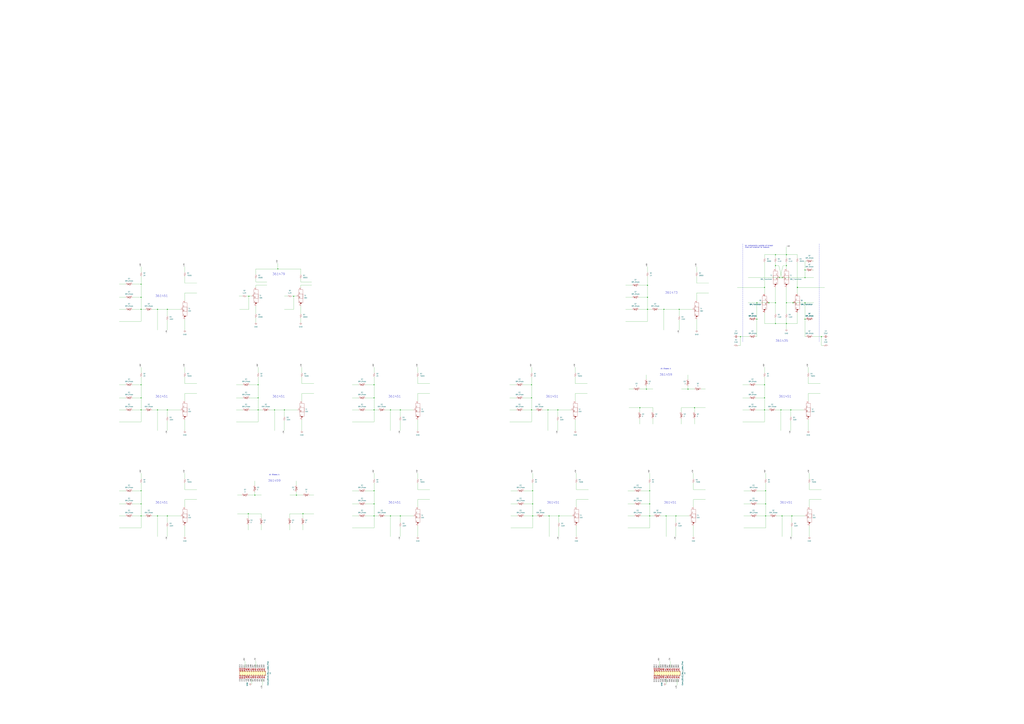
<source format=kicad_sch>
(kicad_sch (version 20211123) (generator eeschema)
  (paper "A0")
  (junction (at 344.17 575.31))
  (junction (at 887.73 476.25))
  (junction (at 953.77 391.16))
  (junction (at 182.88 359.41))
  (junction (at 889 570.23))
  (junction (at 887.73 334.01))
  (junction (at 900.43 295.91))
  (junction (at 194.31 476.25))
  (junction (at 464.82 599.44))
  (junction (at 754.38 599.44))
  (junction (at 919.48 599.44))
  (junction (at 288.925 344.17))
  (junction (at 806.45 473.71))
  (junction (at 925.83 334.01))
  (junction (at 434.34 462.28))
  (junction (at 299.72 476.25))
  (junction (at 434.34 476.25))
  (junction (at 773.43 599.44))
  (junction (at 788.67 359.41))
  (junction (at 636.27 476.25))
  (junction (at 751.84 331.47))
  (junction (at 288.29 596.9))
  (junction (at 434.34 599.44))
  (junction (at 617.22 476.25))
  (junction (at 648.97 599.44))
  (junction (at 182.88 476.25))
  (junction (at 637.54 599.44))
  (junction (at 322.58 312.42))
  (junction (at 887.73 462.28))
  (junction (at 798.83 452.12))
  (junction (at 751.84 345.44))
  (junction (at 913.13 308.61))
  (junction (at 163.83 330.2))
  (junction (at 434.34 570.23))
  (junction (at 330.2 476.25))
  (junction (at 934.72 370.84))
  (junction (at 908.05 322.58))
  (junction (at 918.21 476.25))
  (junction (at 925.83 334.0032))
  (junction (at 754.38 570.23))
  (junction (at 900.43 375.92))
  (junction (at 913.13 295.91))
  (junction (at 453.39 599.44))
  (junction (at 770.89 359.41))
  (junction (at 784.86 599.44))
  (junction (at 340.995 344.17))
  (junction (at 318.77 476.25))
  (junction (at 900.43 351.79))
  (junction (at 906.78 476.25))
  (junction (at 892.81 351.79))
  (junction (at 750.57 452.12))
  (junction (at 934.72 322.58))
  (junction (at 647.7 476.25))
  (junction (at 889 585.47))
  (junction (at 163.83 570.23))
  (junction (at 859.79 391.16))
  (junction (at 163.83 359.41))
  (junction (at 889 599.44))
  (junction (at 742.95 473.71))
  (junction (at 163.83 599.44))
  (junction (at 618.49 599.44))
  (junction (at 913.13 351.79))
  (junction (at 299.72 462.28))
  (junction (at 900.43 308.61))
  (junction (at 182.88 599.44))
  (junction (at 617.22 447.04))
  (junction (at 913.13 375.92))
  (junction (at 163.83 447.04))
  (junction (at 295.91 575.31))
  (junction (at 163.83 345.44))
  (junction (at 878.84 370.84))
  (junction (at 299.72 447.04))
  (junction (at 434.34 585.47))
  (junction (at 905.51 322.58))
  (junction (at 617.22 462.28))
  (junction (at 194.31 359.41))
  (junction (at 434.34 447.04))
  (junction (at 464.82 476.25))
  (junction (at 934.72 313.69))
  (junction (at 920.75 351.79))
  (junction (at 754.38 585.47))
  (junction (at 934.72 351.79))
  (junction (at 453.39 476.25))
  (junction (at 194.31 599.44))
  (junction (at 163.83 585.47))
  (junction (at 351.79 596.9))
  (junction (at 618.49 570.23))
  (junction (at 163.83 462.28))
  (junction (at 878.84 351.79))
  (junction (at 887.73 447.04))
  (junction (at 908.05 599.44))
  (junction (at 163.83 476.25))
  (junction (at 618.49 585.47))
  (junction (at 751.84 359.41))
  (wire (pts (xy 299.72 490.22) (xy 299.72 476.25)))
  (wire (pts (xy 878.84 370.84) (xy 878.84 391.16)))
  (wire (pts (xy 934.72 391.16) (xy 935.99 391.16)))
  (wire (pts (xy 806.45 486.41) (xy 806.45 492.76)))
  (wire (pts (xy 920.75 351.79) (xy 934.72 351.79)))
  (wire (pts (xy 453.39 476.25) (xy 464.82 476.25)))
  (wire (pts (xy 434.34 561.34) (xy 434.34 570.23)))
  (wire (pts (xy 163.83 359.41) (xy 168.91 359.41)))
  (wire (pts (xy 408.94 613.41) (xy 434.34 613.41)))
  (wire (pts (xy 163.83 570.23) (xy 153.67 570.23)))
  (wire (pts (xy 904.24 308.61) (xy 908.05 322.58)))
  (wire (pts (xy 163.83 447.04) (xy 153.67 447.04)))
  (wire (pts (xy 434.34 599.44) (xy 439.42 599.44)))
  (wire (pts (xy 726.44 345.44) (xy 734.06 345.44)))
  (wire (pts (xy 913.13 351.79) (xy 913.13 364.49)))
  (wire (pts (xy 648.97 599.44) (xy 648.97 607.06)))
  (wire (pts (xy 773.43 623.57) (xy 773.43 599.44)))
  (wire (pts (xy 863.6 570.23) (xy 871.22 570.23)))
  (wire (pts (xy 889 599.44) (xy 894.08 599.44)))
  (wire (pts (xy 163.83 330.2) (xy 153.67 330.2)))
  (wire (pts (xy 182.88 500.38) (xy 182.88 476.25)))
  (wire (pts (xy 434.34 426.72) (xy 434.34 433.07)))
  (wire (pts (xy 808.99 328.93) (xy 822.96 328.93)))
  (wire (pts (xy 214.63 438.15) (xy 214.63 445.77)))
  (wire (pts (xy 900.43 295.91) (xy 913.13 295.91)))
  (wire (pts (xy 908.05 623.57) (xy 908.05 599.44)))
  (wire (pts (xy 138.43 613.41) (xy 163.83 613.41)))
  (wire (pts (xy 297.18 312.42) (xy 322.58 312.42)))
  (wire (pts (xy 163.83 373.38) (xy 163.83 359.41)))
  (wire (pts (xy 485.14 426.72) (xy 485.14 433.07)))
  (wire (pts (xy 274.32 462.28) (xy 281.94 462.28)))
  (wire (pts (xy 618.49 570.23) (xy 618.49 585.47)))
  (wire (pts (xy 434.34 447.04) (xy 434.34 462.28)))
  (wire (pts (xy 938.53 426.72) (xy 938.53 433.07)))
  (wire (pts (xy 741.68 359.41) (xy 751.84 359.41)))
  (wire (pts (xy 887.73 462.28) (xy 877.57 462.28)))
  (wire (pts (xy 868.68 351.79) (xy 878.84 351.79)))
  (wire (pts (xy 878.84 599.44) (xy 889 599.44)))
  (wire (pts (xy 299.72 476.25) (xy 304.8 476.25)))
  (wire (pts (xy 607.06 476.25) (xy 617.22 476.25)))
  (wire (pts (xy 349.25 334.01) (xy 349.25 331.47)))
  (wire (pts (xy 182.88 623.57) (xy 182.88 599.44)))
  (wire (pts (xy 485.14 487.68) (xy 485.14 500.38)))
  (wire (pts (xy 292.1 788.67) (xy 292.1 795.02)))
  (wire (pts (xy 859.79 401.32) (xy 859.79 391.16)))
  (wire (pts (xy 953.77 391.16) (xy 956.31 391.16)))
  (wire (pts (xy 618.49 585.47) (xy 618.49 599.44)))
  (wire (pts (xy 925.83 334.01) (xy 925.83 341.63)))
  (wire (pts (xy 214.63 580.39) (xy 228.6 580.39)))
  (wire (pts (xy 878.84 351.79) (xy 878.84 370.84)))
  (wire (pts (xy 773.43 788.67) (xy 773.43 795.02)))
  (wire (pts (xy 163.83 447.04) (xy 163.83 462.28)))
  (wire (pts (xy 138.43 447.04) (xy 146.05 447.04)))
  (wire (pts (xy 798.83 435.61) (xy 798.83 440.69)))
  (wire (pts (xy 808.99 321.31) (xy 808.99 328.93)))
  (wire (pts (xy 176.53 359.41) (xy 182.88 359.41)))
  (wire (pts (xy 194.31 476.25) (xy 209.55 476.25)))
  (wire (pts (xy 214.63 561.34) (xy 214.63 568.96)))
  (wire (pts (xy 138.43 345.44) (xy 146.05 345.44)))
  (wire (pts (xy 751.84 331.47) (xy 751.84 345.44)))
  (wire (pts (xy 214.63 328.93) (xy 228.6 328.93)))
  (wire (pts (xy 855.98 334.01) (xy 887.73 334.01)))
  (wire (pts (xy 464.82 612.14) (xy 464.82 623.57)))
  (wire (pts (xy 297.18 327.66) (xy 309.88 327.66)))
  (wire (pts (xy 934.72 370.84) (xy 935.99 370.84)))
  (wire (pts (xy 669.29 568.96) (xy 683.26 568.96)))
  (wire (pts (xy 887.73 426.72) (xy 887.73 433.07)))
  (wire (pts (xy 591.82 476.25) (xy 599.44 476.25)))
  (wire (pts (xy 330.2 476.25) (xy 345.44 476.25)))
  (wire (pts (xy 901.7 599.44) (xy 908.05 599.44)))
  (wire (pts (xy 805.18 610.87) (xy 805.18 623.57)))
  (wire (pts (xy 726.44 331.47) (xy 734.06 331.47)))
  (wire (pts (xy 485.14 610.87) (xy 485.14 623.57)))
  (wire (pts (xy 758.19 478.79) (xy 758.19 473.71)))
  (wire (pts (xy 288.29 596.9) (xy 303.53 596.9)))
  (wire (pts (xy 919.48 599.44) (xy 934.72 599.44)))
  (wire (pts (xy 322.58 312.42) (xy 349.25 312.42)))
  (wire (pts (xy 668.02 445.77) (xy 681.99 445.77)))
  (wire (pts (xy 900.43 304.8) (xy 900.43 308.61)))
  (wire (pts (xy 485.14 580.39) (xy 499.11 580.39)))
  (wire (pts (xy 303.53 601.98) (xy 303.53 596.9)))
  (wire (pts (xy 214.63 309.88) (xy 214.63 316.23)))
  (wire (pts (xy 889 585.47) (xy 889 599.44)))
  (wire (pts (xy 617.22 447.04) (xy 617.22 462.28)))
  (wire (pts (xy 339.09 344.17) (xy 340.995 344.17)))
  (wire (pts (xy 350.52 438.15) (xy 350.52 445.77)))
  (wire (pts (xy 913.13 351.79) (xy 920.75 351.79)))
  (wire (pts (xy 934.72 351.79) (xy 934.72 370.84)))
  (wire (pts (xy 350.52 426.72) (xy 350.52 433.07)))
  (wire (pts (xy 336.55 609.6) (xy 336.55 615.95)))
  (wire (pts (xy 617.22 426.72) (xy 617.22 433.07)))
  (polyline (pts (xy 951.23 283.21) (xy 951.23 397.51)))
  (wire (pts (xy 194.31 359.41) (xy 209.55 359.41)))
  (wire (pts (xy 938.53 487.68) (xy 938.53 500.38)))
  (wire (pts (xy 863.6 599.44) (xy 871.22 599.44)))
  (wire (pts (xy 764.54 359.41) (xy 770.89 359.41)))
  (wire (pts (xy 214.63 445.77) (xy 228.6 445.77)))
  (wire (pts (xy 464.82 476.25) (xy 480.06 476.25)))
  (wire (pts (xy 214.63 589.28) (xy 214.63 580.39)))
  (wire (pts (xy 943.61 313.69) (xy 944.88 313.69)))
  (wire (pts (xy 617.22 490.22) (xy 617.22 476.25)))
  (wire (pts (xy 434.34 476.25) (xy 439.42 476.25)))
  (wire (pts (xy 767.08 599.44) (xy 773.43 599.44)))
  (wire (pts (xy 900.43 369.57) (xy 900.43 375.92)))
  (wire (pts (xy 889 570.23) (xy 889 585.47)))
  (wire (pts (xy 953.77 401.32) (xy 953.77 391.16)))
  (wire (pts (xy 805.18 568.96) (xy 819.15 568.96)))
  (wire (pts (xy 925.83 375.92) (xy 913.13 375.92)))
  (wire (pts (xy 295.91 558.8) (xy 295.91 563.88)))
  (wire (pts (xy 194.31 359.41) (xy 194.31 367.03)))
  (wire (pts (xy 900.43 375.92) (xy 887.73 375.92)))
  (wire (pts (xy 668.02 457.2) (xy 681.99 457.2)))
  (wire (pts (xy 297.18 768.35) (xy 297.18 775.97)))
  (wire (pts (xy 758.19 486.41) (xy 758.19 492.76)))
  (wire (pts (xy 742.95 486.41) (xy 742.95 492.76)))
  (wire (pts (xy 925.83 363.22) (xy 925.83 375.92)))
  (wire (pts (xy 304.8 788.67) (xy 304.8 796.29)))
  (wire (pts (xy 906.78 500.38) (xy 906.78 476.25)))
  (wire (pts (xy 939.8 610.87) (xy 939.8 623.57)))
  (wire (pts (xy 163.83 490.22) (xy 163.83 476.25)))
  (wire (pts (xy 485.14 438.15) (xy 485.14 445.77)))
  (wire (pts (xy 340.995 344.17) (xy 344.17 344.17)))
  (wire (pts (xy 434.34 613.41) (xy 434.34 599.44)))
  (wire (pts (xy 862.33 447.04) (xy 869.95 447.04)))
  (wire (pts (xy 349.25 369.57) (xy 349.25 374.65)))
  (wire (pts (xy 617.22 462.28) (xy 617.22 476.25)))
  (wire (pts (xy 299.72 462.28) (xy 299.72 476.25)))
  (wire (pts (xy 350.52 445.77) (xy 364.49 445.77)))
  (wire (pts (xy 330.2 488.95) (xy 330.2 500.38)))
  (wire (pts (xy 730.25 452.12) (xy 735.33 452.12)))
  (wire (pts (xy 889 549.91) (xy 889 556.26)))
  (wire (pts (xy 408.94 490.22) (xy 434.34 490.22)))
  (wire (pts (xy 647.7 488.95) (xy 647.7 500.38)))
  (wire (pts (xy 939.8 580.39) (xy 953.77 580.39)))
  (wire (pts (xy 464.82 476.25) (xy 464.82 483.87)))
  (wire (pts (xy 593.09 613.41) (xy 618.49 613.41)))
  (wire (pts (xy 669.29 561.34) (xy 669.29 568.96)))
  (wire (pts (xy 214.63 457.2) (xy 228.6 457.2)))
  (wire (pts (xy 859.79 391.16) (xy 857.25 391.16)))
  (wire (pts (xy 808.99 340.36) (xy 822.96 340.36)))
  (wire (pts (xy 153.67 359.41) (xy 163.83 359.41)))
  (wire (pts (xy 863.6 613.41) (xy 889 613.41)))
  (wire (pts (xy 900.43 351.79) (xy 900.43 364.49)))
  (wire (pts (xy 277.495 344.17) (xy 281.305 344.17)))
  (wire (pts (xy 434.34 490.22) (xy 434.34 476.25)))
  (wire (pts (xy 408.94 462.28) (xy 416.56 462.28)))
  (wire (pts (xy 669.29 580.39) (xy 683.26 580.39)))
  (wire (pts (xy 312.42 476.25) (xy 318.77 476.25)))
  (wire (pts (xy 194.31 476.25) (xy 194.31 483.87)))
  (wire (pts (xy 138.43 490.22) (xy 163.83 490.22)))
  (wire (pts (xy 408.94 599.44) (xy 416.56 599.44)))
  (wire (pts (xy 868.68 322.58) (xy 905.51 322.58)))
  (wire (pts (xy 297.18 334.01) (xy 297.18 331.47)))
  (wire (pts (xy 275.59 575.31) (xy 280.67 575.31)))
  (wire (pts (xy 275.59 596.9) (xy 288.29 596.9)))
  (wire (pts (xy 726.44 359.41) (xy 734.06 359.41)))
  (wire (pts (xy 909.32 308.61) (xy 905.51 322.58)))
  (wire (pts (xy 751.84 309.88) (xy 751.84 316.23)))
  (wire (pts (xy 434.34 585.47) (xy 434.34 599.44)))
  (wire (pts (xy 925.83 334.0032) (xy 925.83 334.01)))
  (wire (pts (xy 330.2 476.25) (xy 330.2 483.87)))
  (wire (pts (xy 806.45 473.71) (xy 806.45 478.79)))
  (wire (pts (xy 887.73 476.25) (xy 892.81 476.25)))
  (wire (pts (xy 805.18 561.34) (xy 805.18 568.96)))
  (wire (pts (xy 814.07 452.12) (xy 819.15 452.12)))
  (wire (pts (xy 900.43 351.79) (xy 900.43 334.01)))
  (wire (pts (xy 299.72 426.72) (xy 299.72 433.07)))
  (wire (pts (xy 274.32 476.25) (xy 281.94 476.25)))
  (wire (pts (xy 925.83 334.01) (xy 957.58 334.01)))
  (wire (pts (xy 349.25 323.85) (xy 349.25 327.66)))
  (wire (pts (xy 214.63 349.25) (xy 214.63 340.36)))
  (wire (pts (xy 349.25 312.42) (xy 349.25 318.77)))
  (wire (pts (xy 434.34 570.23) (xy 424.18 570.23)))
  (wire (pts (xy 887.73 462.28) (xy 887.73 476.25)))
  (wire (pts (xy 728.98 613.41) (xy 754.38 613.41)))
  (wire (pts (xy 892.81 351.79) (xy 900.43 351.79)))
  (wire (pts (xy 900.43 308.61) (xy 900.43 312.42)))
  (wire (pts (xy 288.925 359.41) (xy 288.925 344.17)))
  (wire (pts (xy 344.17 558.8) (xy 344.17 563.88)))
  (wire (pts (xy 295.91 571.5) (xy 295.91 575.31)))
  (wire (pts (xy 359.41 575.31) (xy 364.49 575.31)))
  (wire (pts (xy 742.95 452.12) (xy 750.57 452.12)))
  (wire (pts (xy 754.38 599.44) (xy 759.46 599.44)))
  (wire (pts (xy 754.38 561.34) (xy 754.38 570.23)))
  (wire (pts (xy 750.57 448.31) (xy 750.57 452.12)))
  (wire (pts (xy 364.49 596.9) (xy 351.79 596.9)))
  (wire (pts (xy 648.97 599.44) (xy 664.21 599.44)))
  (wire (pts (xy 163.83 585.47) (xy 153.67 585.47)))
  (wire (pts (xy 908.05 599.44) (xy 919.48 599.44)))
  (wire (pts (xy 163.83 476.25) (xy 168.91 476.25)))
  (wire (pts (xy 617.22 447.04) (xy 607.06 447.04)))
  (wire (pts (xy 288.29 575.31) (xy 295.91 575.31)))
  (wire (pts (xy 862.33 462.28) (xy 869.95 462.28)))
  (wire (pts (xy 726.44 373.38) (xy 751.84 373.38)))
  (wire (pts (xy 900.43 295.91) (xy 900.43 299.72)))
  (wire (pts (xy 176.53 599.44) (xy 182.88 599.44)))
  (wire (pts (xy 669.29 610.87) (xy 669.29 623.57)))
  (wire (pts (xy 859.79 391.16) (xy 869.95 391.16)))
  (wire (pts (xy 214.63 321.31) (xy 214.63 328.93)))
  (wire (pts (xy 750.57 435.61) (xy 750.57 440.69)))
  (wire (pts (xy 299.72 438.15) (xy 299.72 447.04)))
  (wire (pts (xy 773.43 599.44) (xy 784.86 599.44)))
  (wire (pts (xy 900.43 308.61) (xy 904.24 308.61)))
  (wire (pts (xy 485.14 466.09) (xy 485.14 457.2)))
  (wire (pts (xy 751.84 345.44) (xy 751.84 359.41)))
  (wire (pts (xy 913.13 308.61) (xy 909.32 308.61)))
  (wire (pts (xy 182.88 359.41) (xy 194.31 359.41)))
  (wire (pts (xy 877.57 476.25) (xy 887.73 476.25)))
  (wire (pts (xy 618.49 599.44) (xy 623.57 599.44)))
  (wire (pts (xy 770.89 359.41) (xy 788.67 359.41)))
  (wire (pts (xy 408.94 570.23) (xy 416.56 570.23)))
  (wire (pts (xy 808.99 370.84) (xy 808.99 383.54)))
  (wire (pts (xy 956.31 401.32) (xy 953.77 401.32)))
  (wire (pts (xy 806.45 452.12) (xy 798.83 452.12)))
  (wire (pts (xy 299.72 447.04) (xy 299.72 462.28)))
  (wire (pts (xy 299.72 447.04) (xy 289.56 447.04)))
  (wire (pts (xy 939.8 568.96) (xy 953.77 568.96)))
  (wire (pts (xy 805.18 589.28) (xy 805.18 580.39)))
  (wire (pts (xy 485.14 568.96) (xy 499.11 568.96)))
  (wire (pts (xy 908.05 322.58) (xy 934.72 322.58)))
  (wire (pts (xy 887.73 295.91) (xy 900.43 295.91)))
  (wire (pts (xy 938.53 466.09) (xy 938.53 457.2)))
  (wire (pts (xy 919.48 599.44) (xy 919.48 607.06)))
  (wire (pts (xy 754.38 613.41) (xy 754.38 599.44)))
  (wire (pts (xy 668.02 466.09) (xy 668.02 457.2)))
  (wire (pts (xy 637.54 599.44) (xy 648.97 599.44)))
  (wire (pts (xy 138.43 359.41) (xy 146.05 359.41)))
  (wire (pts (xy 939.8 549.91) (xy 939.8 556.26)))
  (wire (pts (xy 878.84 391.16) (xy 877.57 391.16)))
  (wire (pts (xy 770.89 359.41) (xy 770.89 383.54)))
  (wire (pts (xy 636.27 500.38) (xy 636.27 476.25)))
  (wire (pts (xy 913.13 375.92) (xy 913.13 382.27)))
  (wire (pts (xy 934.72 313.69) (xy 934.72 322.58)))
  (wire (pts (xy 194.31 599.44) (xy 194.31 607.06)))
  (wire (pts (xy 163.83 426.72) (xy 163.83 433.07)))
  (wire (pts (xy 791.21 478.79) (xy 791.21 473.71)))
  (wire (pts (xy 754.38 585.47) (xy 754.38 599.44)))
  (wire (pts (xy 464.82 599.44) (xy 480.06 599.44)))
  (wire (pts (xy 194.31 372.11) (xy 194.31 383.54)))
  (wire (pts (xy 751.84 359.41) (xy 756.92 359.41)))
  (wire (pts (xy 349.25 327.66) (xy 361.95 327.66)))
  (wire (pts (xy 913.13 295.91) (xy 913.13 299.72)))
  (wire (pts (xy 878.84 370.84) (xy 877.57 370.84)))
  (wire (pts (xy 744.22 599.44) (xy 754.38 599.44)))
  (wire (pts (xy 751.84 321.31) (xy 751.84 331.47)))
  (wire (pts (xy 863.6 585.47) (xy 871.22 585.47)))
  (wire (pts (xy 913.13 295.91) (xy 925.83 295.91)))
  (wire (pts (xy 887.73 438.15) (xy 887.73 447.04)))
  (wire (pts (xy 889 613.41) (xy 889 599.44)))
  (wire (pts (xy 913.13 334.01) (xy 913.13 351.79)))
  (wire (pts (xy 889 561.34) (xy 889 570.23)))
  (wire (pts (xy 934.72 322.58) (xy 944.88 322.58)))
  (wire (pts (xy 784.86 599.44) (xy 800.1 599.44)))
  (wire (pts (xy 408.94 447.04) (xy 416.56 447.04)))
  (wire (pts (xy 591.82 462.28) (xy 599.44 462.28)))
  (wire (pts (xy 485.14 457.2) (xy 499.11 457.2)))
  (wire (pts (xy 351.79 575.31) (xy 344.17 575.31)))
  (wire (pts (xy 754.38 570.23) (xy 754.38 585.47)))
  (wire (pts (xy 163.83 462.28) (xy 153.67 462.28)))
  (wire (pts (xy 322.58 306.07) (xy 322.58 312.42)))
  (wire (pts (xy 751.84 331.47) (xy 741.68 331.47)))
  (wire (pts (xy 798.83 452.12) (xy 791.21 452.12)))
  (wire (pts (xy 668.02 487.68) (xy 668.02 500.38)))
  (wire (pts (xy 591.82 447.04) (xy 599.44 447.04)))
  (wire (pts (xy 434.34 585.47) (xy 424.18 585.47)))
  (wire (pts (xy 351.79 596.9) (xy 336.55 596.9)))
  (wire (pts (xy 919.48 612.14) (xy 919.48 623.57)))
  (wire (pts (xy 434.34 438.15) (xy 434.34 447.04)))
  (wire (pts (xy 274.32 447.04) (xy 281.94 447.04)))
  (wire (pts (xy 934.72 370.84) (xy 934.72 391.16)))
  (wire (pts (xy 297.18 323.85) (xy 297.18 327.66)))
  (wire (pts (xy 163.83 585.47) (xy 163.83 599.44)))
  (wire (pts (xy 447.04 476.25) (xy 453.39 476.25)))
  (wire (pts (xy 295.91 575.31) (xy 303.53 575.31)))
  (wire (pts (xy 485.14 589.28) (xy 485.14 580.39)))
  (wire (pts (xy 887.73 375.92) (xy 887.73 363.22)))
  (wire (pts (xy 728.98 585.47) (xy 736.6 585.47)))
  (wire (pts (xy 163.83 321.31) (xy 163.83 330.2)))
  (wire (pts (xy 153.67 599.44) (xy 163.83 599.44)))
  (wire (pts (xy 805.18 549.91) (xy 805.18 556.26)))
  (wire (pts (xy 862.33 490.22) (xy 887.73 490.22)))
  (wire (pts (xy 786.13 788.67) (xy 786.13 796.29)))
  (wire (pts (xy 349.25 331.47) (xy 361.95 331.47)))
  (wire (pts (xy 163.83 330.2) (xy 163.83 345.44)))
  (wire (pts (xy 344.17 575.31) (xy 336.55 575.31)))
  (wire (pts (xy 330.2 359.41) (xy 340.995 359.41)))
  (wire (pts (xy 618.49 585.47) (xy 608.33 585.47)))
  (wire (pts (xy 464.82 599.44) (xy 464.82 607.06)))
  (wire (pts (xy 485.14 561.34) (xy 485.14 568.96)))
  (wire (pts (xy 214.63 426.72) (xy 214.63 433.07)))
  (wire (pts (xy 163.83 549.91) (xy 163.83 556.26)))
  (wire (pts (xy 176.53 476.25) (xy 182.88 476.25)))
  (wire (pts (xy 214.63 370.84) (xy 214.63 383.54)))
  (wire (pts (xy 408.94 585.47) (xy 416.56 585.47)))
  (wire (pts (xy 351.79 596.9) (xy 351.79 601.98)))
  (wire (pts (xy 730.25 473.71) (xy 742.95 473.71)))
  (wire (pts (xy 918.21 488.95) (xy 918.21 500.38)))
  (wire (pts (xy 878.84 351.79) (xy 892.81 351.79)))
  (wire (pts (xy 163.83 345.44) (xy 153.67 345.44)))
  (wire (pts (xy 138.43 476.25) (xy 146.05 476.25)))
  (wire (pts (xy 278.13 359.41) (xy 288.925 359.41)))
  (wire (pts (xy 138.43 330.2) (xy 146.05 330.2)))
  (wire (pts (xy 617.22 476.25) (xy 622.3 476.25)))
  (wire (pts (xy 284.48 768.35) (xy 284.48 775.97)))
  (wire (pts (xy 138.43 585.47) (xy 146.05 585.47)))
  (wire (pts (xy 297.18 318.77) (xy 297.18 312.42)))
  (wire (pts (xy 913.13 375.92) (xy 900.43 375.92)))
  (wire (pts (xy 889 570.23) (xy 878.84 570.23)))
  (wire (pts (xy 943.61 303.53) (xy 944.88 303.53)))
  (wire (pts (xy 925.83 295.91) (xy 925.83 299.72)))
  (wire (pts (xy 617.22 438.15) (xy 617.22 447.04)))
  (wire (pts (xy 434.34 447.04) (xy 424.18 447.04)))
  (wire (pts (xy 629.92 476.25) (xy 636.27 476.25)))
  (wire (pts (xy 485.14 549.91) (xy 485.14 556.26)))
  (wire (pts (xy 647.7 476.25) (xy 647.7 483.87)))
  (wire (pts (xy 857.25 401.32) (xy 859.79 401.32)))
  (wire (pts (xy 214.63 466.09) (xy 214.63 457.2)))
  (wire (pts (xy 344.17 571.5) (xy 344.17 575.31)))
  (wire (pts (xy 153.67 476.25) (xy 163.83 476.25)))
  (wire (pts (xy 464.82 488.95) (xy 464.82 500.38)))
  (wire (pts (xy 805.18 580.39) (xy 819.15 580.39)))
  (wire (pts (xy 742.95 473.71) (xy 758.19 473.71)))
  (wire (pts (xy 765.81 768.35) (xy 765.81 775.97)))
  (wire (pts (xy 351.79 609.6) (xy 351.79 615.95)))
  (wire (pts (xy 318.77 476.25) (xy 330.2 476.25)))
  (wire (pts (xy 453.39 500.38) (xy 453.39 476.25)))
  (wire (pts (xy 194.31 488.95) (xy 194.31 500.38)))
  (wire (pts (xy 608.33 599.44) (xy 618.49 599.44)))
  (wire (pts (xy 918.21 476.25) (xy 933.45 476.25)))
  (wire (pts (xy 934.72 303.53) (xy 934.72 313.69)))
  (wire (pts (xy 182.88 476.25) (xy 194.31 476.25)))
  (wire (pts (xy 808.99 349.25) (xy 808.99 340.36)))
  (wire (pts (xy 751.84 345.44) (xy 741.68 345.44)))
  (wire (pts (xy 784.86 612.14) (xy 784.86 623.57)))
  (wire (pts (xy 350.52 487.68) (xy 350.52 500.38)))
  (wire (pts (xy 424.18 599.44) (xy 434.34 599.44)))
  (wire (pts (xy 163.83 309.88) (xy 163.83 316.23)))
  (wire (pts (xy 336.55 601.98) (xy 336.55 596.9)))
  (wire (pts (xy 453.39 623.57) (xy 453.39 599.44)))
  (wire (pts (xy 742.95 473.71) (xy 742.95 478.79)))
  (wire (pts (xy 938.53 445.77) (xy 952.5 445.77)))
  (wire (pts (xy 862.33 476.25) (xy 869.95 476.25)))
  (wire (pts (xy 163.83 570.23) (xy 163.83 585.47)))
  (wire (pts (xy 214.63 340.36) (xy 228.6 340.36)))
  (wire (pts (xy 138.43 373.38) (xy 163.83 373.38)))
  (wire (pts (xy 728.98 599.44) (xy 736.6 599.44)))
  (wire (pts (xy 751.84 373.38) (xy 751.84 359.41)))
  (wire (pts (xy 434.34 462.28) (xy 434.34 476.25)))
  (wire (pts (xy 618.49 549.91) (xy 618.49 556.26)))
  (wire (pts (xy 728.98 570.23) (xy 736.6 570.23)))
  (wire (pts (xy 887.73 447.04) (xy 877.57 447.04)))
  (wire (pts (xy 214.63 549.91) (xy 214.63 556.26)))
  (wire (pts (xy 288.29 596.9) (xy 288.29 601.98)))
  (wire (pts (xy 939.8 589.28) (xy 939.8 580.39)))
  (wire (pts (xy 163.83 613.41) (xy 163.83 599.44)))
  (wire (pts (xy 163.83 561.34) (xy 163.83 570.23)))
  (wire (pts (xy 303.53 609.6) (xy 303.53 615.95)))
  (wire (pts (xy 194.31 599.44) (xy 209.55 599.44)))
  (wire (pts (xy 669.29 549.91) (xy 669.29 556.26)))
  (wire (pts (xy 668.02 426.72) (xy 668.02 433.07)))
  (wire (pts (xy 297.18 331.47) (xy 309.88 331.47)))
  (wire (pts (xy 591.82 490.22) (xy 617.22 490.22)))
  (wire (pts (xy 297.18 374.65) (xy 297.18 369.57)))
  (wire (pts (xy 647.7 476.25) (xy 662.94 476.25)))
  (wire (pts (xy 788.67 359.41) (xy 788.67 367.03)))
  (wire (pts (xy 163.83 462.28) (xy 163.83 476.25)))
  (wire (pts (xy 350.52 457.2) (xy 364.49 457.2)))
  (wire (pts (xy 887.73 447.04) (xy 887.73 462.28)))
  (wire (pts (xy 214.63 610.87) (xy 214.63 623.57)))
  (wire (pts (xy 214.63 487.68) (xy 214.63 500.38)))
  (wire (pts (xy 289.56 476.25) (xy 299.72 476.25)))
  (wire (pts (xy 288.925 344.17) (xy 292.1 344.17)))
  (wire (pts (xy 900.43 476.25) (xy 906.78 476.25)))
  (wire (pts (xy 163.83 438.15) (xy 163.83 447.04)))
  (wire (pts (xy 754.38 570.23) (xy 744.22 570.23)))
  (wire (pts (xy 906.78 476.25) (xy 918.21 476.25)))
  (wire (pts (xy 669.29 589.28) (xy 669.29 580.39)))
  (wire (pts (xy 349.25 355.6) (xy 349.25 364.49)))
  (wire (pts (xy 637.54 623.57) (xy 637.54 599.44)))
  (wire (pts (xy 138.43 570.23) (xy 146.05 570.23)))
  (wire (pts (xy 618.49 561.34) (xy 618.49 570.23)))
  (wire (pts (xy 925.83 304.8) (xy 925.83 334.0032)))
  (wire (pts (xy 913.13 369.57) (xy 913.13 375.92)))
  (wire (pts (xy 274.32 490.22) (xy 299.72 490.22)))
  (wire (pts (xy 791.21 486.41) (xy 791.21 492.76)))
  (wire (pts (xy 453.39 599.44) (xy 464.82 599.44)))
  (wire (pts (xy 340.995 359.41) (xy 340.995 344.17)))
  (wire (pts (xy 938.53 457.2) (xy 952.5 457.2)))
  (wire (pts (xy 788.67 372.11) (xy 788.67 383.54)))
  (wire (pts (xy 943.61 391.16) (xy 953.77 391.16)))
  (wire (pts (xy 808.99 309.88) (xy 808.99 316.23)))
  (wire (pts (xy 350.52 466.09) (xy 350.52 457.2)))
  (wire (pts (xy 636.27 476.25) (xy 647.7 476.25)))
  (wire (pts (xy 918.21 476.25) (xy 918.21 483.87)))
  (wire (pts (xy 163.83 345.44) (xy 163.83 359.41)))
  (wire (pts (xy 934.72 313.69) (xy 935.99 313.69)))
  (wire (pts (xy 194.31 612.14) (xy 194.31 623.57)))
  (wire (pts (xy 447.04 599.44) (xy 453.39 599.44)))
  (wire (pts (xy 617.22 462.28) (xy 607.06 462.28)))
  (wire (pts (xy 913.13 287.02) (xy 913.13 295.91)))
  (wire (pts (xy 806.45 473.71) (xy 791.21 473.71)))
  (wire (pts (xy 887.73 490.22) (xy 887.73 476.25)))
  (wire (pts (xy 138.43 599.44) (xy 146.05 599.44)))
  (wire (pts (xy 618.49 613.41) (xy 618.49 599.44)))
  (wire (pts (xy 798.83 448.31) (xy 798.83 452.12)))
  (wire (pts (xy 485.14 445.77) (xy 499.11 445.77)))
  (wire (pts (xy 631.19 599.44) (xy 637.54 599.44)))
  (wire (pts (xy 318.77 500.38) (xy 318.77 476.25)))
  (wire (pts (xy 288.29 609.6) (xy 288.29 615.95)))
  (wire (pts (xy 330.2 344.17) (xy 334.01 344.17)))
  (wire (pts (xy 668.02 438.15) (xy 668.02 445.77)))
  (wire (pts (xy 889 585.47) (xy 878.84 585.47)))
  (polyline (pts (xy 862.33 283.21) (xy 862.33 397.51)))
  (wire (pts (xy 297.18 355.6) (xy 297.18 364.49)))
  (wire (pts (xy 788.67 359.41) (xy 803.91 359.41)))
  (wire (pts (xy 750.57 452.12) (xy 758.19 452.12)))
  (wire (pts (xy 424.18 476.25) (xy 434.34 476.25)))
  (wire (pts (xy 754.38 585.47) (xy 744.22 585.47)))
  (wire (pts (xy 434.34 462.28) (xy 424.18 462.28)))
  (wire (pts (xy 754.38 549.91) (xy 754.38 556.26)))
  (wire (pts (xy 819.15 473.71) (xy 806.45 473.71)))
  (wire (pts (xy 182.88 383.54) (xy 182.88 359.41)))
  (wire (pts (xy 593.09 585.47) (xy 600.71 585.47)))
  (wire (pts (xy 939.8 561.34) (xy 939.8 568.96)))
  (wire (pts (xy 934.72 351.79) (xy 944.88 351.79)))
  (wire (pts (xy 214.63 568.96) (xy 228.6 568.96)))
  (wire (pts (xy 778.51 768.35) (xy 778.51 775.97)))
  (wire (pts (xy 913.13 308.61) (xy 913.13 312.42)))
  (wire (pts (xy 138.43 462.28) (xy 146.05 462.28)))
  (wire (pts (xy 887.73 334.01) (xy 887.73 341.63)))
  (wire (pts (xy 593.09 599.44) (xy 600.71 599.44)))
  (wire (pts (xy 887.73 295.91) (xy 887.73 299.72)))
  (wire (pts (xy 887.73 304.8) (xy 887.73 334.01)))
  (wire (pts (xy 408.94 476.25) (xy 416.56 476.25)))
  (wire (pts (xy 648.97 612.14) (xy 648.97 623.57)))
  (wire (pts (xy 182.88 599.44) (xy 194.31 599.44)))
  (wire (pts (xy 934.72 303.53) (xy 935.99 303.53)))
  (wire (pts (xy 618.49 570.23) (xy 608.33 570.23)))
  (wire (pts (xy 434.34 549.91) (xy 434.34 556.26)))
  (wire (pts (xy 163.83 599.44) (xy 168.91 599.44)))
  (wire (pts (xy 784.86 599.44) (xy 784.86 607.06)))
  (wire (pts (xy 913.13 304.8) (xy 913.13 308.61)))
  (wire (pts (xy 434.34 570.23) (xy 434.34 585.47)))
  (wire (pts (xy 938.53 438.15) (xy 938.53 445.77)))
  (wire (pts (xy 299.72 462.28) (xy 289.56 462.28)))
  (wire (pts (xy 593.09 570.23) (xy 600.71 570.23)))
  (wire (pts (xy 286.385 344.17) (xy 288.925 344.17)))
  (text "361473" (at 772.16 341.63 0) (effects (font (size 2.54 2.54)) (justify left bottom)))
  (text "All Diodes A" (at 312.42 552.45 0) (effects (font (size 1.27 1.27)) (justify left bottom)))
  (text "361451" (at 450.85 585.47 0) (effects (font (size 2.54 2.54)) (justify left bottom)))
  (text "361451" (at 180.34 462.28 0) (effects (font (size 2.54 2.54)) (justify left bottom)))
  (text "361451" (at 633.73 462.28 0) (effects (font (size 2.54 2.54)) (justify left bottom)))
  (text "361451" (at 180.34 585.47 0) (effects (font (size 2.54 2.54)) (justify left bottom)))
  (text "361459" (at 311.15 560.07 0) (effects (font (size 2.54 2.54)) (justify left bottom)))
  (text "361451" (at 635 585.47 0) (effects (font (size 2.54 2.54)) (justify left bottom)))
  (text "361451" (at 905.51 585.47 0) (effects (font (size 2.54 2.54)) (justify left bottom)))
  (text "All components outside of broken\nlines are external to module." (at 864.87 288.29 0) (effects (font (size 1.27 1.27)) (justify left bottom)))
  (text "361435" (at 900.43 397.51 0) (effects (font (size 2.54 2.54)) (justify left bottom)))
  (text "361451" (at 316.23 462.28 0) (effects (font (size 2.54 2.54)) (justify left bottom)))
  (text "361451" (at 450.85 462.28 0) (effects (font (size 2.54 2.54)) (justify left bottom)))
  (text "361459" (at 765.81 436.88 0) (effects (font (size 2.54 2.54)) (justify left bottom)))
  (text "361451" (at 180.34 345.44 0) (effects (font (size 2.54 2.54)) (justify left bottom)))
  (text "361451" (at 770.89 585.47 0) (effects (font (size 2.54 2.54)) (justify left bottom)))
  (text "361479" (at 316.23 320.04 0) (effects (font (size 2.54 2.54)) (justify left bottom)))
  (text "All Diodes A" (at 767.08 429.26 0) (effects (font (size 1.27 1.27)) (justify left bottom)))
  (text "361451" (at 904.24 462.28 0) (effects (font (size 2.54 2.54)) (justify left bottom)))
  (label "+3V" (at 485.14 549.91 90))
  (label "G09" (at 289.56 775.97 90))
  (label "-3V" (at 784.86 623.57 270))
  (label "+6V" (at 163.83 309.88 90))
  (label "J08" (at 292.1 788.67 270))
  (label "+3V" (at 786.13 796.29 270))
  (label "J12" (at 281.94 788.67 270))
  (label "J02" (at 307.34 788.67 270))
  (label "+6V" (at 887.73 426.72 90))
  (label "G04" (at 302.26 775.97 90))
  (label "+6V" (at 754.38 549.91 90))
  (label "-3V" (at 778.51 768.35 90))
  (label "-3V" (at 788.67 383.54 270))
  (label "J13" (at 279.4 788.67 270))
  (label "J04" (at 302.26 788.67 270))
  (label "D06" (at 778.51 788.67 270))
  (label "+3V" (at 322.58 306.07 90))
  (label "-3V" (at 464.82 623.57 270))
  (label "+6V" (at 434.34 426.72 90))
  (label "+6V" (at 765.81 768.35 90))
  (label "D13" (at 760.73 788.67 270))
  (label "D09" (at 770.89 788.67 270))
  (label "-3V" (at 297.18 768.35 90))
  (label "G02" (at 307.34 775.97 90))
  (label "G07" (at 294.64 775.97 90))
  (label "B12" (at 763.27 775.97 90))
  (label "B02" (at 788.67 775.97 90))
  (label "-3V" (at 918.21 500.38 270))
  (label "+3V" (at 304.8 796.29 270))
  (label "+3V" (at 350.52 426.72 90))
  (label "B11" (at 765.81 775.97 90))
  (label "D07" (at 775.97 788.67 270))
  (label "+6V" (at 163.83 549.91 90))
  (label "+3V" (at 214.63 426.72 90))
  (label "+6V" (at 617.22 426.72 90))
  (label "B10" (at 768.35 775.97 90))
  (label "B09" (at 770.89 775.97 90))
  (label "+3V" (at 805.18 549.91 90))
  (label "G13" (at 279.4 775.97 90))
  (label "D02" (at 788.67 788.67 270))
  (label "B05" (at 781.05 775.97 90))
  (label "+6V" (at 434.34 549.91 90))
  (label "G05" (at 299.72 775.97 90))
  (label "J03" (at 304.8 788.67 270))
  (label "J11" (at 284.48 788.67 270))
  (label "J07" (at 294.64 788.67 270))
  (label "+6V" (at 163.83 426.72 90))
  (label "-3V" (at 919.48 623.57 270))
  (label "G10" (at 287.02 775.97 90))
  (label "B04" (at 783.59 775.97 90))
  (label "+3V" (at 808.99 309.88 90))
  (label "J05" (at 299.72 788.67 270))
  (label "D05" (at 781.05 788.67 270))
  (label "B13" (at 760.73 775.97 90))
  (label "D11" (at 765.81 788.67 270))
  (label "J06" (at 297.18 788.67 270))
  (label "+3V" (at 485.14 426.72 90))
  (label "G12" (at 281.94 775.97 90))
  (label "B08" (at 773.43 775.97 90))
  (label "-3V" (at 194.31 623.57 270))
  (label "+3V" (at 669.29 549.91 90))
  (label "-3V" (at 464.82 500.38 270))
  (label "G08" (at 292.1 775.97 90))
  (label "+3V" (at 938.53 426.72 90))
  (label "-3V" (at 194.31 383.54 270))
  (label "+3V" (at 668.02 426.72 90))
  (label "+6V" (at 618.49 549.91 90))
  (label "+6V" (at 889 549.91 90))
  (label "D04" (at 783.59 788.67 270))
  (label "B03" (at 786.13 775.97 90))
  (label "J10" (at 287.02 788.67 270))
  (label "B06" (at 778.51 775.97 90))
  (label "D12" (at 763.27 788.67 270))
  (label "D08" (at 773.43 788.67 270))
  (label "B07" (at 775.97 775.97 90))
  (label "D03" (at 786.13 788.67 270))
  (label "-3V" (at 194.31 500.38 270))
  (label "G06" (at 297.18 775.97 90))
  (label "+6V" (at 299.72 426.72 90))
  (label "D10" (at 768.35 788.67 270))
  (label "+6V" (at 751.84 309.88 90))
  (label "+3V" (at 913.13 287.02 0))
  (label "G11" (at 284.48 775.97 90))
  (label "+6V" (at 284.48 768.35 90))
  (label "+3V" (at 214.63 309.88 90))
  (label "-3V" (at 330.2 500.38 270))
  (label "J09" (at 289.56 788.67 270))
  (label "-3V" (at 648.97 623.57 270))
  (label "+3V" (at 214.63 549.91 90))
  (label "-3V" (at 647.7 500.38 270))
  (label "+3V" (at 939.8 549.91 90))
  (label "G03" (at 304.8 775.97 90))
  (symbol (lib_id "power:GND") (at 669.29 623.57 0) (unit 1)
    (property "Reference" "#PWR?" (effects hide))
    (property "Value" "GND" (at 669.29 628.65 0))
  )
  (symbol (lib_id "IBM_SLT-SLD:IBM_Transistor") (at 805.18 599.44 0) (unit 1)
    (property "Reference" "T?" (at 808.99 598.8049 0) (effects (justify left)))
    (property "Value" "AAA" (at 808.99 601.3449 0) (effects (justify left)))
    (property "Footprint" "Package_TO_SOT_SMD:SOT-883" (effects hide))
  )
  (symbol (lib_id "IBM_SLT-SLD:IBM_Diode") (at 939.8 313.69 180) (unit 1)
    (property "Reference" "D?" (at 939.8 307.34 0))
    (property "Value" "IBM_Diode" (at 939.8 309.88 0))
    (property "Footprint" "Diode_SMD:D_0201_0603Metric" (effects hide))
  )
  (symbol (lib_id "IBM_SLT-SLD:IBM_Diode") (at 873.76 391.16 0) (mirror x) (unit 1)
    (property "Reference" "D?" (at 873.76 384.81 0))
    (property "Value" "IBM_Diode" (at 873.76 387.35 0))
    (property "Footprint" "Diode_SMD:D_0201_0603Metric" (effects hide))
  )
  (symbol (lib_id "IBM_SLT-SLD:IBM_Diode") (at 443.23 599.44 180) (unit 1)
    (property "Reference" "D?" (at 443.23 593.09 0))
    (property "Value" "IBM_Diode" (at 443.23 595.63 0))
    (property "Footprint" "Diode_SMD:D_0201_0603Metric" (effects hide))
  )
  (symbol (lib_id "power:GND") (at 297.18 374.65 0) (unit 1)
    (property "Reference" "#PWR?" (effects hide))
    (property "Value" "GND" (at 297.18 379.73 0))
  )
  (symbol (lib_id "IBM_SLT-SLD:IBM_Transistor") (at 925.83 351.79 0) (unit 1)
    (property "Reference" "T?" (at 929.64 349.25 0) (effects (justify left)))
    (property "Value" "IBM_Transistor" (at 929.64 353.6949 0) (effects (justify left)))
  )
  (symbol (lib_id "Device:R_Small_US") (at 618.49 558.8 0) (unit 1)
    (property "Reference" "R?" (at 621.03 557.5299 0) (effects (justify left)))
    (property "Value" "2K" (at 621.03 560.0699 0) (effects (justify left)))
    (property "Footprint" "Resistor_SMD:R_0201_0603Metric" (effects hide))
  )
  (symbol (lib_id "IBM_SLT-SLD:IBM_Diode") (at 737.87 345.44 0) (unit 1)
    (property "Reference" "D?" (at 737.87 339.09 0))
    (property "Value" "IBM_Diode" (at 737.87 341.63 0))
    (property "Footprint" "Diode_SMD:D_0201_0603Metric" (effects hide))
  )
  (symbol (lib_id "IBM_SLT-SLD:IBM_Diode") (at 897.89 599.44 180) (unit 1)
    (property "Reference" "D?" (at 897.89 593.09 0))
    (property "Value" "IBM_Diode" (at 897.89 595.63 0))
    (property "Footprint" "Diode_SMD:D_0201_0603Metric" (effects hide))
  )
  (symbol (lib_id "Device:R_Small_US") (at 788.67 369.57 0) (unit 1)
    (property "Reference" "R?" (at 791.21 368.2999 0) (effects (justify left)))
    (property "Value" "2.5K" (at 791.21 370.8399 0) (effects (justify left)))
    (property "Footprint" "Resistor_SMD:R_0201_0603Metric" (effects hide))
  )
  (symbol (lib_id "Device:C_Small") (at 854.71 391.16 90) (unit 1)
    (property "Reference" "C?" (at 854.7163 384.81 90))
    (property "Value" "33pF" (at 854.7163 387.35 90))
  )
  (symbol (lib_id "power:GND") (at 938.53 500.38 0) (unit 1)
    (property "Reference" "#PWR?" (effects hide))
    (property "Value" "GND" (at 938.53 505.46 0))
  )
  (symbol (lib_id "IBM_SLT-SLD:IBM_Diode") (at 939.8 391.16 180) (unit 1)
    (property "Reference" "D?" (at 939.8 384.81 0))
    (property "Value" "IBM_Diode" (at 939.8 387.35 0))
    (property "Footprint" "Diode_SMD:D_0201_0603Metric" (effects hide))
  )
  (symbol (lib_id "IBM_SLT-SLD:IBM_Diode") (at 420.37 599.44 0) (unit 1)
    (property "Reference" "D?" (at 420.37 593.09 0))
    (property "Value" "IBM_Diode" (at 420.37 595.63 0))
    (property "Footprint" "Diode_SMD:D_0201_0603Metric" (effects hide))
  )
  (symbol (lib_id "IBM_SLT-SLD:IBM_Diode") (at 355.6 575.31 180) (unit 1)
    (property "Reference" "D?" (at 355.6 568.96 0))
    (property "Value" "A" (at 355.6 571.5 0))
    (property "Footprint" "Diode_SMD:D_0201_0603Metric" (effects hide))
  )
  (symbol (lib_id "IBM_SLT-SLD:IBM_Diode") (at 604.52 585.47 0) (unit 1)
    (property "Reference" "D?" (at 604.52 579.12 0))
    (property "Value" "IBM_Diode" (at 604.52 581.66 0))
    (property "Footprint" "Diode_SMD:D_0201_0603Metric" (effects hide))
  )
  (symbol (lib_id "power:GND") (at 350.52 500.38 0) (unit 1)
    (property "Reference" "#PWR?" (effects hide))
    (property "Value" "GND" (at 350.52 505.46 0))
  )
  (symbol (lib_id "IBM_SLT-SLD:IBM_Diode") (at 939.8 370.84 180) (unit 1)
    (property "Reference" "D?" (at 939.8 364.49 0))
    (property "Value" "IBM_Diode" (at 939.8 367.03 0))
    (property "Footprint" "Diode_SMD:D_0201_0603Metric" (effects hide))
  )
  (symbol (lib_id "IBM_SLT-SLD:IBM_Diode") (at 760.73 359.41 180) (unit 1)
    (property "Reference" "D?" (at 760.73 353.06 0))
    (property "Value" "IBM_Diode" (at 760.73 355.6 0))
    (property "Footprint" "Diode_SMD:D_0201_0603Metric" (effects hide))
  )
  (symbol (lib_id "Device:R_Small_US") (at 163.83 558.8 0) (unit 1)
    (property "Reference" "R?" (at 166.37 557.5299 0) (effects (justify left)))
    (property "Value" "2K" (at 166.37 560.0699 0) (effects (justify left)))
    (property "Footprint" "Resistor_SMD:R_0201_0603Metric" (effects hide))
  )
  (symbol (lib_id "IBM_SLT-SLD:IBM_Transistor") (at 485.14 476.25 0) (unit 1)
    (property "Reference" "T?" (at 488.95 475.6149 0) (effects (justify left)))
    (property "Value" "AAA" (at 488.95 478.1549 0) (effects (justify left)))
    (property "Footprint" "Package_TO_SOT_SMD:SOT-883" (effects hide))
  )
  (symbol (lib_id "IBM_SLT-SLD:IBM_Diode") (at 739.14 452.12 0) (unit 1)
    (property "Reference" "D?" (at 739.14 445.77 0))
    (property "Value" "A" (at 739.14 448.31 0))
    (property "Footprint" "Diode_SMD:D_0201_0603Metric" (effects hide))
  )
  (symbol (lib_id "Device:R_Small_US") (at 330.2 486.41 0) (unit 1)
    (property "Reference" "R?" (at 332.74 485.1399 0) (effects (justify left)))
    (property "Value" "3.6K" (at 332.74 487.6799 0) (effects (justify left)))
    (property "Footprint" "Resistor_SMD:R_0201_0603Metric" (effects hide))
  )
  (symbol (lib_id "Device:R_Small_US") (at 617.22 435.61 0) (unit 1)
    (property "Reference" "R?" (at 619.76 434.3399 0) (effects (justify left)))
    (property "Value" "2K" (at 619.76 436.8799 0) (effects (justify left)))
    (property "Footprint" "Resistor_SMD:R_0201_0603Metric" (effects hide))
  )
  (symbol (lib_id "IBM_SLT-SLD:IBM_Diode") (at 791.21 482.6 90) (unit 1)
    (property "Reference" "D?" (at 793.75 481.3299 90) (effects (justify right)))
    (property "Value" "A" (at 793.75 483.8699 90) (effects (justify right)))
    (property "Footprint" "Diode_SMD:D_0201_0603Metric" (effects hide))
  )
  (symbol (lib_id "power:GND") (at 214.63 500.38 0) (unit 1)
    (property "Reference" "#PWR?" (effects hide))
    (property "Value" "GND" (at 214.63 505.46 0))
  )
  (symbol (lib_id "Device:R_Small_US") (at 919.48 609.6 0) (unit 1)
    (property "Reference" "R?" (at 922.02 608.3299 0) (effects (justify left)))
    (property "Value" "3.6K" (at 922.02 610.8699 0) (effects (justify left)))
    (property "Footprint" "Resistor_SMD:R_0201_0603Metric" (effects hide))
  )
  (symbol (lib_id "IBM_SLT-SLD:IBM_Diode") (at 172.72 359.41 180) (unit 1)
    (property "Reference" "D?" (at 172.72 353.06 0))
    (property "Value" "IBM_Diode" (at 172.72 355.6 0))
    (property "Footprint" "Diode_SMD:D_0201_0603Metric" (effects hide))
  )
  (symbol (lib_id "power:GND") (at 939.8 623.57 0) (unit 1)
    (property "Reference" "#PWR?" (effects hide))
    (property "Value" "GND" (at 939.8 628.65 0))
  )
  (symbol (lib_id "IBM_SLT-SLD:IBM_Diode") (at 740.41 599.44 0) (unit 1)
    (property "Reference" "D?" (at 740.41 593.09 0))
    (property "Value" "IBM_Diode" (at 740.41 595.63 0))
    (property "Footprint" "Diode_SMD:D_0201_0603Metric" (effects hide))
  )
  (symbol (lib_id "Device:R_Small_US") (at 854.71 401.32 270) (unit 1)
    (property "Reference" "R?" (at 854.71 394.97 90))
    (property "Value" "2.5K" (at 854.71 397.51 90))
    (property "Footprint" "Resistor_SMD:R_0201_0603Metric" (effects hide))
  )
  (symbol (lib_id "Device:R_Small_US") (at 647.7 486.41 0) (unit 1)
    (property "Reference" "R?" (at 650.24 485.1399 0) (effects (justify left)))
    (property "Value" "3.6K" (at 650.24 487.6799 0) (effects (justify left)))
    (property "Footprint" "Resistor_SMD:R_0201_0603Metric" (effects hide))
  )
  (symbol (lib_id "IBM_SLT-SLD:IBM_Diode") (at 149.86 359.41 0) (unit 1)
    (property "Reference" "D?" (at 149.86 353.06 0))
    (property "Value" "IBM_Diode" (at 149.86 355.6 0))
    (property "Footprint" "Diode_SMD:D_0201_0603Metric" (effects hide))
  )
  (symbol (lib_id "IBM_SLT-SLD:IBM_Diode") (at 798.83 444.5 90) (mirror x) (unit 1)
    (property "Reference" "D?" (at 796.29 443.2299 90) (effects (justify left)))
    (property "Value" "A" (at 796.29 445.7699 90) (effects (justify left)))
    (property "Footprint" "Diode_SMD:D_0201_0603Metric" (effects hide))
  )
  (symbol (lib_id "Device:R_Small_US") (at 918.21 486.41 0) (unit 1)
    (property "Reference" "R?" (at 920.75 485.1399 0) (effects (justify left)))
    (property "Value" "3.6K" (at 920.75 487.6799 0) (effects (justify left)))
    (property "Footprint" "Resistor_SMD:R_0201_0603Metric" (effects hide))
  )
  (symbol (lib_id "IBM_SLT-SLD:IBM_Diode") (at 810.26 452.12 180) (unit 1)
    (property "Reference" "D?" (at 810.26 445.77 0))
    (property "Value" "A" (at 810.26 448.31 0))
    (property "Footprint" "Diode_SMD:D_0201_0603Metric" (effects hide))
  )
  (symbol (lib_id "IBM_SLT-SLD:IBM_Diode") (at 172.72 476.25 180) (unit 1)
    (property "Reference" "D?" (at 172.72 469.9 0))
    (property "Value" "IBM_Diode" (at 172.72 472.44 0))
    (property "Footprint" "Diode_SMD:D_0201_0603Metric" (effects hide))
  )
  (symbol (lib_id "power:GND") (at 214.63 623.57 0) (unit 1)
    (property "Reference" "#PWR?" (effects hide))
    (property "Value" "GND" (at 214.63 628.65 0))
  )
  (symbol (lib_id "power:GND") (at 668.02 500.38 0) (unit 1)
    (property "Reference" "#PWR?" (effects hide))
    (property "Value" "GND" (at 668.02 505.46 0))
  )
  (symbol (lib_id "Device:R_Small_US") (at 349.25 321.31 0) (unit 1)
    (property "Reference" "R?" (at 351.79 320.0399 0) (effects (justify left)))
    (property "Value" "350Ω" (at 351.79 322.5799 0) (effects (justify left)))
    (property "Footprint" "Resistor_SMD:R_0201_0603Metric" (effects hide))
  )
  (symbol (lib_id "IBM_SLT-SLD:IBM_Diode") (at 420.37 585.47 0) (unit 1)
    (property "Reference" "D?" (at 420.37 579.12 0))
    (property "Value" "IBM_Diode" (at 420.37 581.66 0))
    (property "Footprint" "Diode_SMD:D_0201_0603Metric" (effects hide))
  )
  (symbol (lib_id "IBM_SLT-SLD:IBM_Diode") (at 763.27 599.44 180) (unit 1)
    (property "Reference" "D?" (at 763.27 593.09 0))
    (property "Value" "IBM_Diode" (at 763.27 595.63 0))
    (property "Footprint" "Diode_SMD:D_0201_0603Metric" (effects hide))
  )
  (symbol (lib_id "Device:R_Small_US") (at 925.83 302.26 180) (unit 1)
    (property "Reference" "R?" (at 928.37 300.9899 0) (effects (justify right)))
    (property "Value" "350Ω" (at 928.37 303.5299 0) (effects (justify right)))
    (property "Footprint" "Resistor_SMD:R_0201_0603Metric" (effects hide))
  )
  (symbol (lib_id "Device:R_Small_US") (at 900.43 367.03 180) (unit 1)
    (property "Reference" "R?" (at 902.97 365.7599 0) (effects (justify right)))
    (property "Value" "1.6K" (at 902.97 368.2999 0) (effects (justify right)))
    (property "Footprint" "Resistor_SMD:R_0201_0603Metric" (effects hide))
  )
  (symbol (lib_id "Device:R_Small_US") (at 464.82 609.6 0) (unit 1)
    (property "Reference" "R?" (at 467.36 608.3299 0) (effects (justify left)))
    (property "Value" "3.6K" (at 467.36 610.8699 0) (effects (justify left)))
    (property "Footprint" "Resistor_SMD:R_0201_0603Metric" (effects hide))
  )
  (symbol (lib_id "IBM_SLT-SLD:IBM_Diode") (at 875.03 599.44 0) (unit 1)
    (property "Reference" "D?" (at 875.03 593.09 0))
    (property "Value" "IBM_Diode" (at 875.03 595.63 0))
    (property "Footprint" "Diode_SMD:D_0201_0603Metric" (effects hide))
  )
  (symbol (lib_id "Device:R_Small_US") (at 754.38 558.8 0) (unit 1)
    (property "Reference" "R?" (at 756.92 557.5299 0) (effects (justify left)))
    (property "Value" "2K" (at 756.92 560.0699 0) (effects (justify left)))
    (property "Footprint" "Resistor_SMD:R_0201_0603Metric" (effects hide))
  )
  (symbol (lib_id "IBM_SLT-SLD:IBM_Diode") (at 288.29 605.79 90) (unit 1)
    (property "Reference" "D?" (at 290.83 604.5199 90) (effects (justify right)))
    (property "Value" "A" (at 290.83 607.0599 90) (effects (justify right)))
    (property "Footprint" "Diode_SMD:D_0201_0603Metric" (effects hide))
  )
  (symbol (lib_id "IBM_SLT-SLD:IBM_Diode") (at 295.91 567.69 270) (unit 1)
    (property "Reference" "D?" (at 298.45 566.4199 90) (effects (justify left)))
    (property "Value" "A" (at 298.45 568.9599 90) (effects (justify left)))
    (property "Footprint" "Diode_SMD:D_0201_0603Metric" (effects hide))
  )
  (symbol (lib_id "IBM_SLT-SLD:IBM_Diode") (at 172.72 599.44 180) (unit 1)
    (property "Reference" "D?" (at 172.72 593.09 0))
    (property "Value" "IBM_Diode" (at 172.72 595.63 0))
    (property "Footprint" "Diode_SMD:D_0201_0603Metric" (effects hide))
  )
  (symbol (lib_id "Device:R_Small_US") (at 214.63 558.8 0) (unit 1)
    (property "Reference" "R?" (at 217.17 557.5299 0) (effects (justify left)))
    (property "Value" "750Ω" (at 217.17 560.0699 0) (effects (justify left)))
    (property "Footprint" "Resistor_SMD:R_0201_0603Metric" (effects hide))
  )
  (symbol (lib_id "IBM_SLT-SLD:IBM_Diode") (at 603.25 476.25 0) (unit 1)
    (property "Reference" "D?" (at 603.25 469.9 0))
    (property "Value" "IBM_Diode" (at 603.25 472.44 0))
    (property "Footprint" "Diode_SMD:D_0201_0603Metric" (effects hide))
  )
  (symbol (lib_id "Device:R_Small_US") (at 808.99 318.77 0) (unit 1)
    (property "Reference" "R?" (at 811.53 317.4999 0) (effects (justify left)))
    (property "Value" "300Ω" (at 811.53 320.0399 0) (effects (justify left)))
    (property "Footprint" "Resistor_SMD:R_0201_0603Metric" (effects hide))
  )
  (symbol (lib_id "IBM_SLT-SLD:IBM_Diode") (at 604.52 570.23 0) (unit 1)
    (property "Reference" "D?" (at 604.52 563.88 0))
    (property "Value" "IBM_Diode" (at 604.52 566.42 0))
    (property "Footprint" "Diode_SMD:D_0201_0603Metric" (effects hide))
  )
  (symbol (lib_id "IBM_SLT-SLD:IBM_Diode") (at 873.76 462.28 0) (unit 1)
    (property "Reference" "D?" (at 873.76 455.93 0))
    (property "Value" "IBM_Diode" (at 873.76 458.47 0))
    (property "Footprint" "Diode_SMD:D_0201_0603Metric" (effects hide))
  )
  (symbol (lib_id "IBM_SLT-SLD:IBM_Diode") (at 344.17 567.69 90) (mirror x) (unit 1)
    (property "Reference" "D?" (at 341.63 566.4199 90) (effects (justify left)))
    (property "Value" "A" (at 341.63 568.9599 90) (effects (justify left)))
    (property "Footprint" "Diode_SMD:D_0201_0603Metric" (effects hide))
  )
  (symbol (lib_id "IBM_SLT-SLD:IBM_Diode") (at 285.75 447.04 0) (unit 1)
    (property "Reference" "D?" (at 285.75 440.69 0))
    (property "Value" "IBM_Diode" (at 285.75 443.23 0))
    (property "Footprint" "Diode_SMD:D_0201_0603Metric" (effects hide))
  )
  (symbol (lib_id "Device:R_Small_US") (at 938.53 435.61 0) (unit 1)
    (property "Reference" "R?" (at 941.07 434.3399 0) (effects (justify left)))
    (property "Value" "750Ω" (at 941.07 436.8799 0) (effects (justify left)))
    (property "Footprint" "Resistor_SMD:R_0201_0603Metric" (effects hide))
  )
  (symbol (lib_id "IBM_SLT-SLD:IBM_Diode") (at 420.37 476.25 0) (unit 1)
    (property "Reference" "D?" (at 420.37 469.9 0))
    (property "Value" "IBM_Diode" (at 420.37 472.44 0))
    (property "Footprint" "Diode_SMD:D_0201_0603Metric" (effects hide))
  )
  (symbol (lib_id "IBM_SLT-SLD:IBM_Diode") (at 626.11 476.25 180) (unit 1)
    (property "Reference" "D?" (at 626.11 469.9 0))
    (property "Value" "IBM_Diode" (at 626.11 472.44 0))
    (property "Footprint" "Diode_SMD:D_0201_0603Metric" (effects hide))
  )
  (symbol (lib_id "IBM_SLT-SLD:IBM_Diode") (at 740.41 570.23 0) (unit 1)
    (property "Reference" "D?" (at 740.41 563.88 0))
    (property "Value" "IBM_Diode" (at 740.41 566.42 0))
    (property "Footprint" "Diode_SMD:D_0201_0603Metric" (effects hide))
  )
  (symbol (lib_id "power:GND") (at 214.63 383.54 0) (unit 1)
    (property "Reference" "#PWR?" (effects hide))
    (property "Value" "GND" (at 214.63 388.62 0))
  )
  (symbol (lib_id "IBM_SLT-SLD:IBM_Diode") (at 308.61 476.25 180) (unit 1)
    (property "Reference" "D?" (at 308.61 469.9 0))
    (property "Value" "IBM_Diode" (at 308.61 472.44 0))
    (property "Footprint" "Diode_SMD:D_0201_0603Metric" (effects hide))
  )
  (symbol (lib_id "IBM_SLT-SLD:IBM_Diode") (at 737.87 331.47 0) (unit 1)
    (property "Reference" "D?" (at 737.87 325.12 0))
    (property "Value" "IBM_Diode" (at 737.87 327.66 0))
    (property "Footprint" "Diode_SMD:D_0201_0603Metric" (effects hide))
  )
  (symbol (lib_id "IBM_SLT-SLD:IBM_Diode") (at 443.23 476.25 180) (unit 1)
    (property "Reference" "D?" (at 443.23 469.9 0))
    (property "Value" "IBM_Diode" (at 443.23 472.44 0))
    (property "Footprint" "Diode_SMD:D_0201_0603Metric" (effects hide))
  )
  (symbol (lib_id "IBM_SLT-SLD:IBM_Diode") (at 149.86 585.47 0) (unit 1)
    (property "Reference" "D?" (at 149.86 579.12 0))
    (property "Value" "IBM_Diode" (at 149.86 581.66 0))
    (property "Footprint" "Diode_SMD:D_0201_0603Metric" (effects hide))
  )
  (symbol (lib_id "Device:R_Small_US") (at 669.29 558.8 0) (unit 1)
    (property "Reference" "R?" (at 671.83 557.5299 0) (effects (justify left)))
    (property "Value" "750Ω" (at 671.83 560.0699 0) (effects (justify left)))
    (property "Footprint" "Resistor_SMD:R_0201_0603Metric" (effects hide))
  )
  (symbol (lib_id "Device:R_Small_US") (at 214.63 435.61 0) (unit 1)
    (property "Reference" "R?" (at 217.17 434.3399 0) (effects (justify left)))
    (property "Value" "750Ω" (at 217.17 436.8799 0) (effects (justify left)))
    (property "Footprint" "Resistor_SMD:R_0201_0603Metric" (effects hide))
  )
  (symbol (lib_id "Device:R_Small_US") (at 194.31 609.6 0) (unit 1)
    (property "Reference" "R?" (at 196.85 608.3299 0) (effects (justify left)))
    (property "Value" "3.6K" (at 196.85 610.8699 0) (effects (justify left)))
    (property "Footprint" "Resistor_SMD:R_0201_0603Metric" (effects hide))
  )
  (symbol (lib_id "power:GND") (at 805.18 623.57 0) (unit 1)
    (property "Reference" "#PWR?" (effects hide))
    (property "Value" "GND" (at 805.18 628.65 0))
  )
  (symbol (lib_id "IBM_SLT-SLD:IBM_Diode") (at 149.86 447.04 0) (unit 1)
    (property "Reference" "D?" (at 149.86 440.69 0))
    (property "Value" "IBM_Diode" (at 149.86 443.23 0))
    (property "Footprint" "Diode_SMD:D_0201_0603Metric" (effects hide))
  )
  (symbol (lib_id "Device:R_Small_US") (at 283.845 344.17 90) (unit 1)
    (property "Reference" "R?" (at 283.845 337.82 90))
    (property "Value" "1.2K" (at 283.845 340.36 90))
    (property "Footprint" "Resistor_SMD:R_0201_0603Metric" (effects hide))
  )
  (symbol (lib_id "Device:R_Small_US") (at 194.31 369.57 0) (unit 1)
    (property "Reference" "R?" (at 196.85 368.2999 0) (effects (justify left)))
    (property "Value" "3.6K" (at 196.85 370.8399 0) (effects (justify left)))
    (property "Footprint" "Resistor_SMD:R_0201_0603Metric" (effects hide))
  )
  (symbol (lib_id "IBM_SLT-SLD:IBM_Transistor") (at 913.13 322.58 0) (unit 1)
    (property "Reference" "T?" (at 916.94 320.04 0) (effects (justify left)))
    (property "Value" "IBM_Transistor" (at 916.94 324.4849 0) (effects (justify left)))
  )
  (symbol (lib_id "power:GND") (at 485.14 623.57 0) (unit 1)
    (property "Reference" "#PWR?" (effects hide))
    (property "Value" "GND" (at 485.14 628.65 0))
  )
  (symbol (lib_id "Device:R_Small_US") (at 958.85 401.32 90) (mirror x) (unit 1)
    (property "Reference" "R?" (at 958.85 394.97 90))
    (property "Value" "2.5K" (at 958.85 397.51 90))
    (property "Footprint" "Resistor_SMD:R_0201_0603Metric" (effects hide))
  )
  (symbol (lib_id "IBM_SLT-SLD:IBM_Diode") (at 149.86 599.44 0) (unit 1)
    (property "Reference" "D?" (at 149.86 593.09 0))
    (property "Value" "IBM_Diode" (at 149.86 595.63 0))
    (property "Footprint" "Diode_SMD:D_0201_0603Metric" (effects hide))
  )
  (symbol (lib_id "IBM_SLT-SLD:IBM_Diode") (at 939.8 303.53 180) (unit 1)
    (property "Reference" "D?" (at 939.8 297.18 0))
    (property "Value" "IBM_Diode" (at 939.8 299.72 0))
    (property "Footprint" "Diode_SMD:D_0201_0603Metric" (effects hide))
  )
  (symbol (lib_id "IBM_SLT-SLD:IBM_Transistor") (at 214.63 599.44 0) (unit 1)
    (property "Reference" "T?" (at 218.44 598.8049 0) (effects (justify left)))
    (property "Value" "AAA" (at 218.44 601.3449 0) (effects (justify left)))
    (property "Footprint" "Package_TO_SOT_SMD:SOT-883" (effects hide))
  )
  (symbol (lib_id "Device:R_Small_US") (at 434.34 558.8 0) (unit 1)
    (property "Reference" "R?" (at 436.88 557.5299 0) (effects (justify left)))
    (property "Value" "2K" (at 436.88 560.0699 0) (effects (justify left)))
    (property "Footprint" "Resistor_SMD:R_0201_0603Metric" (effects hide))
  )
  (symbol (lib_id "IBM_SLT-SLD:IBM_Diode") (at 740.41 585.47 0) (unit 1)
    (property "Reference" "D?" (at 740.41 579.12 0))
    (property "Value" "IBM_Diode" (at 740.41 581.66 0))
    (property "Footprint" "Diode_SMD:D_0201_0603Metric" (effects hide))
  )
  (symbol (lib_id "IBM_SLT-SLD:IBM_Diode") (at 149.86 345.44 0) (unit 1)
    (property "Reference" "D?" (at 149.86 339.09 0))
    (property "Value" "IBM_Diode" (at 149.86 341.63 0))
    (property "Footprint" "Diode_SMD:D_0201_0603Metric" (effects hide))
  )
  (symbol (lib_id "Device:R_Small_US") (at 751.84 318.77 0) (unit 1)
    (property "Reference" "R?" (at 754.38 317.4999 0) (effects (justify left)))
    (property "Value" "1K" (at 754.38 320.0399 0) (effects (justify left)))
    (property "Footprint" "Resistor_SMD:R_0201_0603Metric" (effects hide))
  )
  (symbol (lib_id "Device:R_Small_US") (at 297.18 321.31 0) (unit 1)
    (property "Reference" "R?" (at 299.72 320.0399 0) (effects (justify left)))
    (property "Value" "350Ω" (at 299.72 322.5799 0) (effects (justify left)))
    (property "Footprint" "Resistor_SMD:R_0201_0603Metric" (effects hide))
  )
  (symbol (lib_id "Device:R_Small_US") (at 350.52 435.61 0) (unit 1)
    (property "Reference" "R?" (at 353.06 434.3399 0) (effects (justify left)))
    (property "Value" "750Ω" (at 353.06 436.8799 0) (effects (justify left)))
    (property "Footprint" "Resistor_SMD:R_0201_0603Metric" (effects hide))
  )
  (symbol (lib_id "Device:R_Small_US") (at 805.18 558.8 0) (unit 1)
    (property "Reference" "R?" (at 807.72 557.5299 0) (effects (justify left)))
    (property "Value" "750Ω" (at 807.72 560.0699 0) (effects (justify left)))
    (property "Footprint" "Resistor_SMD:R_0201_0603Metric" (effects hide))
  )
  (symbol (lib_id "IBM_SLT-SLD:IBM_Transistor") (at 900.43 322.58 0) (mirror y) (unit 1)
    (property "Reference" "T?" (at 896.62 320.04 0) (effects (justify left)))
    (property "Value" "IBM_Transistor" (at 896.62 324.4849 0) (effects (justify left)))
  )
  (symbol (lib_id "IBM_SLT-SLD:IBM_Transistor") (at 350.52 476.25 0) (unit 1)
    (property "Reference" "T?" (at 354.33 475.6149 0) (effects (justify left)))
    (property "Value" "AAA" (at 354.33 478.1549 0) (effects (justify left)))
    (property "Footprint" "Package_TO_SOT_SMD:SOT-883" (effects hide))
  )
  (symbol (lib_id "Connector_Generic:Conn_02x12_Row_Letter_First") (at 294.64 781.05 270) (unit 1)
    (property "Reference" "J?" (at 313.69 782.32 0))
    (property "Value" "Conn_02x12_Row_Letter_First" (at 311.15 782.32 0))
  )
  (symbol (lib_id "IBM_SLT-SLD:IBM_Diode") (at 737.87 359.41 0) (unit 1)
    (property "Reference" "D?" (at 737.87 353.06 0))
    (property "Value" "IBM_Diode" (at 737.87 355.6 0))
    (property "Footprint" "Diode_SMD:D_0201_0603Metric" (effects hide))
  )
  (symbol (lib_id "Device:C_Small") (at 958.85 391.16 270) (mirror x) (unit 1)
    (property "Reference" "C?" (at 958.8437 384.81 90))
    (property "Value" "33pF" (at 958.8437 387.35 90))
  )
  (symbol (lib_id "IBM_SLT-SLD:IBM_Diode") (at 875.03 570.23 0) (unit 1)
    (property "Reference" "D?" (at 875.03 563.88 0))
    (property "Value" "IBM_Diode" (at 875.03 566.42 0))
    (property "Footprint" "Diode_SMD:D_0201_0603Metric" (effects hide))
  )
  (symbol (lib_id "Device:R_Small_US") (at 887.73 435.61 0) (unit 1)
    (property "Reference" "R?" (at 890.27 434.3399 0) (effects (justify left)))
    (property "Value" "2K" (at 890.27 436.8799 0) (effects (justify left)))
    (property "Footprint" "Resistor_SMD:R_0201_0603Metric" (effects hide))
  )
  (symbol (lib_id "IBM_SLT-SLD:IBM_Transistor") (at 485.14 599.44 0) (unit 1)
    (property "Reference" "T?" (at 488.95 598.8049 0) (effects (justify left)))
    (property "Value" "AAA" (at 488.95 601.3449 0) (effects (justify left)))
    (property "Footprint" "Package_TO_SOT_SMD:SOT-883" (effects hide))
  )
  (symbol (lib_id "Device:R_Small_US") (at 485.14 435.61 0) (unit 1)
    (property "Reference" "R?" (at 487.68 434.3399 0) (effects (justify left)))
    (property "Value" "750Ω" (at 487.68 436.8799 0) (effects (justify left)))
    (property "Footprint" "Resistor_SMD:R_0201_0603Metric" (effects hide))
  )
  (symbol (lib_id "Device:R_Small_US") (at 889 558.8 0) (unit 1)
    (property "Reference" "R?" (at 891.54 557.5299 0) (effects (justify left)))
    (property "Value" "2K" (at 891.54 560.0699 0) (effects (justify left)))
    (property "Footprint" "Resistor_SMD:R_0201_0603Metric" (effects hide))
  )
  (symbol (lib_id "power:GND") (at 349.25 374.65 0) (unit 1)
    (property "Reference" "#PWR?" (effects hide))
    (property "Value" "GND" (at 349.25 379.73 0))
  )
  (symbol (lib_id "Device:R_Small_US") (at 163.83 435.61 0) (unit 1)
    (property "Reference" "R?" (at 166.37 434.3399 0) (effects (justify left)))
    (property "Value" "2K" (at 166.37 436.8799 0) (effects (justify left)))
    (property "Footprint" "Resistor_SMD:R_0201_0603Metric" (effects hide))
  )
  (symbol (lib_id "Device:R_Small_US") (at 299.72 435.61 0) (unit 1)
    (property "Reference" "R?" (at 302.26 434.3399 0) (effects (justify left)))
    (property "Value" "2K" (at 302.26 436.8799 0) (effects (justify left)))
    (property "Footprint" "Resistor_SMD:R_0201_0603Metric" (effects hide))
  )
  (symbol (lib_id "Device:R_Small_US") (at 668.02 435.61 0) (unit 1)
    (property "Reference" "R?" (at 670.56 434.3399 0) (effects (justify left)))
    (property "Value" "750Ω" (at 670.56 436.8799 0) (effects (justify left)))
    (property "Footprint" "Resistor_SMD:R_0201_0603Metric" (effects hide))
  )
  (symbol (lib_id "IBM_SLT-SLD:IBM_Diode") (at 351.79 605.79 90) (unit 1)
    (property "Reference" "D?" (at 354.33 604.5199 90) (effects (justify right)))
    (property "Value" "A" (at 354.33 607.0599 90) (effects (justify right)))
    (property "Footprint" "Diode_SMD:D_0201_0603Metric" (effects hide))
  )
  (symbol (lib_id "IBM_SLT-SLD:IBM_Diode") (at 149.86 570.23 0) (unit 1)
    (property "Reference" "D?" (at 149.86 563.88 0))
    (property "Value" "IBM_Diode" (at 149.86 566.42 0))
    (property "Footprint" "Diode_SMD:D_0201_0603Metric" (effects hide))
  )
  (symbol (lib_id "IBM_SLT-SLD:IBM_Transistor") (at 808.99 359.41 0) (unit 1)
    (property "Reference" "T?" (at 812.8 358.7749 0) (effects (justify left)))
    (property "Value" "ABA" (at 812.8 361.3149 0) (effects (justify left)))
  )
  (symbol (lib_id "power:GND") (at 292.1 795.02 270) (unit 1)
    (property "Reference" "#PWR?" (effects hide))
    (property "Value" "GND" (at 287.02 795.02 0))
  )
  (symbol (lib_id "Device:R_Small_US") (at 349.25 367.03 0) (unit 1)
    (property "Reference" "R?" (at 351.79 365.7599 0) (effects (justify left)))
    (property "Value" "200Ω" (at 351.79 368.2999 0) (effects (justify left)))
    (property "Footprint" "Resistor_SMD:R_0201_0603Metric" (effects hide))
  )
  (symbol (lib_id "Device:R_Small_US") (at 913.13 367.03 180) (unit 1)
    (property "Reference" "R?" (at 915.67 365.7599 0) (effects (justify right)))
    (property "Value" "1.6K" (at 915.67 368.2999 0) (effects (justify right)))
    (property "Footprint" "Resistor_SMD:R_0201_0603Metric" (effects hide))
  )
  (symbol (lib_id "IBM_SLT-SLD:IBM_Diode") (at 285.75 476.25 0) (unit 1)
    (property "Reference" "D?" (at 285.75 469.9 0))
    (property "Value" "IBM_Diode" (at 285.75 472.44 0))
    (property "Footprint" "Diode_SMD:D_0201_0603Metric" (effects hide))
  )
  (symbol (lib_id "IBM_SLT-SLD:IBM_Diode") (at 873.76 370.84 0) (mirror x) (unit 1)
    (property "Reference" "D?" (at 873.76 364.49 0))
    (property "Value" "IBM_Diode" (at 873.76 367.03 0))
    (property "Footprint" "Diode_SMD:D_0201_0603Metric" (effects hide))
  )
  (symbol (lib_id "power:GND") (at 773.43 795.02 270) (unit 1)
    (property "Reference" "#PWR?" (effects hide))
    (property "Value" "GND" (at 768.35 795.02 0))
  )
  (symbol (lib_id "IBM_SLT-SLD:IBM_Diode") (at 285.75 462.28 0) (unit 1)
    (property "Reference" "D?" (at 285.75 455.93 0))
    (property "Value" "IBM_Diode" (at 285.75 458.47 0))
    (property "Footprint" "Diode_SMD:D_0201_0603Metric" (effects hide))
  )
  (symbol (lib_id "IBM_SLT-SLD:IBM_Transistor") (at 349.25 344.17 0) (unit 1)
    (property "Reference" "T?" (at 353.06 343.5349 0) (effects (justify left)))
    (property "Value" "ABA" (at 353.06 346.0749 0) (effects (justify left)))
  )
  (symbol (lib_id "Device:R_Small_US") (at 913.13 302.26 180) (unit 1)
    (property "Reference" "R?" (at 915.67 300.9899 0) (effects (justify right)))
    (property "Value" "1.4K" (at 915.67 303.5299 0) (effects (justify right)))
    (property "Footprint" "Resistor_SMD:R_0201_0603Metric" (effects hide))
  )
  (symbol (lib_id "power:GND") (at 485.14 500.38 0) (unit 1)
    (property "Reference" "#PWR?" (effects hide))
    (property "Value" "GND" (at 485.14 505.46 0))
  )
  (symbol (lib_id "IBM_SLT-SLD:IBM_Diode") (at 603.25 462.28 0) (unit 1)
    (property "Reference" "D?" (at 603.25 455.93 0))
    (property "Value" "IBM_Diode" (at 603.25 458.47 0))
    (property "Footprint" "Diode_SMD:D_0201_0603Metric" (effects hide))
  )
  (symbol (lib_id "IBM_SLT-SLD:IBM_Transistor") (at 939.8 599.44 0) (unit 1)
    (property "Reference" "T?" (at 943.61 598.8049 0) (effects (justify left)))
    (property "Value" "AAA" (at 943.61 601.3449 0) (effects (justify left)))
    (property "Footprint" "Package_TO_SOT_SMD:SOT-883" (effects hide))
  )
  (symbol (lib_id "IBM_SLT-SLD:IBM_Diode") (at 758.19 482.6 90) (unit 1)
    (property "Reference" "D?" (at 760.73 481.3299 90) (effects (justify right)))
    (property "Value" "A" (at 760.73 483.8699 90) (effects (justify right)))
    (property "Footprint" "Diode_SMD:D_0201_0603Metric" (effects hide))
  )
  (symbol (lib_id "IBM_SLT-SLD:IBM_Diode") (at 420.37 447.04 0) (unit 1)
    (property "Reference" "D?" (at 420.37 440.69 0))
    (property "Value" "IBM_Diode" (at 420.37 443.23 0))
    (property "Footprint" "Diode_SMD:D_0201_0603Metric" (effects hide))
  )
  (symbol (lib_id "power:GND") (at 808.99 383.54 0) (unit 1)
    (property "Reference" "#PWR?" (effects hide))
    (property "Value" "GND" (at 808.99 388.62 0))
  )
  (symbol (lib_id "IBM_SLT-SLD:IBM_Diode") (at 149.86 462.28 0) (unit 1)
    (property "Reference" "D?" (at 149.86 455.93 0))
    (property "Value" "IBM_Diode" (at 149.86 458.47 0))
    (property "Footprint" "Diode_SMD:D_0201_0603Metric" (effects hide))
  )
  (symbol (lib_id "power:GND") (at 913.13 382.27 0) (unit 1)
    (property "Reference" "#PWR?" (effects hide))
    (property "Value" "GND" (at 913.13 387.35 0))
  )
  (symbol (lib_id "IBM_SLT-SLD:IBM_Diode") (at 873.76 476.25 0) (unit 1)
    (property "Reference" "D?" (at 873.76 469.9 0))
    (property "Value" "IBM_Diode" (at 873.76 472.44 0))
    (property "Footprint" "Diode_SMD:D_0201_0603Metric" (effects hide))
  )
  (symbol (lib_id "Device:R_Small_US") (at 887.73 302.26 180) (unit 1)
    (property "Reference" "R?" (at 890.27 300.9899 0) (effects (justify right)))
    (property "Value" "350Ω" (at 890.27 303.5299 0) (effects (justify right)))
    (property "Footprint" "Resistor_SMD:R_0201_0603Metric" (effects hide))
  )
  (symbol (lib_id "IBM_SLT-SLD:IBM_Transistor") (at 214.63 359.41 0) (unit 1)
    (property "Reference" "T?" (at 218.44 358.7749 0) (effects (justify left)))
    (property "Value" "AAA" (at 218.44 361.3149 0) (effects (justify left)))
    (property "Footprint" "Package_TO_SOT_SMD:SOT-883" (effects hide))
  )
  (symbol (lib_id "IBM_SLT-SLD:IBM_Diode") (at 806.45 482.6 90) (unit 1)
    (property "Reference" "D?" (at 808.99 481.3299 90) (effects (justify right)))
    (property "Value" "A" (at 808.99 483.8699 90) (effects (justify right)))
    (property "Footprint" "Diode_SMD:D_0201_0603Metric" (effects hide))
  )
  (symbol (lib_id "Device:R_Small_US") (at 939.8 558.8 0) (unit 1)
    (property "Reference" "R?" (at 942.34 557.5299 0) (effects (justify left)))
    (property "Value" "750Ω" (at 942.34 560.0699 0) (effects (justify left)))
    (property "Footprint" "Resistor_SMD:R_0201_0603Metric" (effects hide))
  )
  (symbol (lib_id "Device:R_Small_US") (at 214.63 318.77 0) (unit 1)
    (property "Reference" "R?" (at 217.17 317.4999 0) (effects (justify left)))
    (property "Value" "750Ω" (at 217.17 320.0399 0) (effects (justify left)))
    (property "Footprint" "Resistor_SMD:R_0201_0603Metric" (effects hide))
  )
  (symbol (lib_id "IBM_SLT-SLD:IBM_Transistor") (at 297.18 344.17 0) (unit 1)
    (property "Reference" "T?" (at 300.99 343.5349 0) (effects (justify left)))
    (property "Value" "ABA" (at 300.99 346.0749 0) (effects (justify left)))
  )
  (symbol (lib_id "IBM_SLT-SLD:IBM_Diode") (at 875.03 585.47 0) (unit 1)
    (property "Reference" "D?" (at 875.03 579.12 0))
    (property "Value" "IBM_Diode" (at 875.03 581.66 0))
    (property "Footprint" "Diode_SMD:D_0201_0603Metric" (effects hide))
  )
  (symbol (lib_id "IBM_SLT-SLD:IBM_Diode") (at 284.48 575.31 0) (unit 1)
    (property "Reference" "D?" (at 284.48 568.96 0))
    (property "Value" "A" (at 284.48 571.5 0))
    (property "Footprint" "Diode_SMD:D_0201_0603Metric" (effects hide))
  )
  (symbol (lib_id "IBM_SLT-SLD:IBM_Diode") (at 742.95 482.6 90) (unit 1)
    (property "Reference" "D?" (at 745.49 481.3299 90) (effects (justify right)))
    (property "Value" "A" (at 745.49 483.8699 90) (effects (justify right)))
    (property "Footprint" "Diode_SMD:D_0201_0603Metric" (effects hide))
  )
  (symbol (lib_id "Device:R_Small_US") (at 648.97 609.6 0) (unit 1)
    (property "Reference" "R?" (at 651.51 608.3299 0) (effects (justify left)))
    (property "Value" "3.6K" (at 651.51 610.8699 0) (effects (justify left)))
    (property "Footprint" "Resistor_SMD:R_0201_0603Metric" (effects hide))
  )
  (symbol (lib_id "IBM_SLT-SLD:IBM_Transistor") (at 214.63 476.25 0) (unit 1)
    (property "Reference" "T?" (at 218.44 475.6149 0) (effects (justify left)))
    (property "Value" "AAA" (at 218.44 478.1549 0) (effects (justify left)))
    (property "Footprint" "Package_TO_SOT_SMD:SOT-883" (effects hide))
  )
  (symbol (lib_id "Device:R_Small_US") (at 194.31 486.41 0) (unit 1)
    (property "Reference" "R?" (at 196.85 485.1399 0) (effects (justify left)))
    (property "Value" "3.6K" (at 196.85 487.6799 0) (effects (justify left)))
    (property "Footprint" "Resistor_SMD:R_0201_0603Metric" (effects hide))
  )
  (symbol (lib_id "IBM_SLT-SLD:IBM_Transistor") (at 668.02 476.25 0) (unit 1)
    (property "Reference" "T?" (at 671.83 475.6149 0) (effects (justify left)))
    (property "Value" "AAA" (at 671.83 478.1549 0) (effects (justify left)))
    (property "Footprint" "Package_TO_SOT_SMD:SOT-883" (effects hide))
  )
  (symbol (lib_id "IBM_SLT-SLD:IBM_Diode") (at 896.62 476.25 180) (unit 1)
    (property "Reference" "D?" (at 896.62 469.9 0))
    (property "Value" "IBM_Diode" (at 896.62 472.44 0))
    (property "Footprint" "Diode_SMD:D_0201_0603Metric" (effects hide))
  )
  (symbol (lib_id "Device:R_Small_US") (at 784.86 609.6 0) (unit 1)
    (property "Reference" "R?" (at 787.4 608.3299 0) (effects (justify left)))
    (property "Value" "3.6K" (at 787.4 610.8699 0) (effects (justify left)))
    (property "Footprint" "Resistor_SMD:R_0201_0603Metric" (effects hide))
  )
  (symbol (lib_id "IBM_SLT-SLD:IBM_Transistor") (at 887.73 351.79 0) (mirror y) (unit 1)
    (property "Reference" "T?" (at 883.92 349.25 0) (effects (justify left)))
    (property "Value" "IBM_Transistor" (at 883.92 353.6949 0) (effects (justify left)))
  )
  (symbol (lib_id "IBM_SLT-SLD:IBM_Diode") (at 336.55 605.79 90) (unit 1)
    (property "Reference" "D?" (at 339.09 604.5199 90) (effects (justify right)))
    (property "Value" "A" (at 339.09 607.0599 90) (effects (justify right)))
    (property "Footprint" "Diode_SMD:D_0201_0603Metric" (effects hide))
  )
  (symbol (lib_id "Connector_Generic:Conn_02x12_Row_Letter_First") (at 775.97 781.05 270) (unit 1)
    (property "Reference" "J?" (at 795.02 782.32 0))
    (property "Value" "Conn_02x12_Row_Letter_First" (at 792.48 782.32 0))
  )
  (symbol (lib_id "Device:R_Small_US") (at 485.14 558.8 0) (unit 1)
    (property "Reference" "R?" (at 487.68 557.5299 0) (effects (justify left)))
    (property "Value" "750Ω" (at 487.68 560.0699 0) (effects (justify left)))
    (property "Footprint" "Resistor_SMD:R_0201_0603Metric" (effects hide))
  )
  (symbol (lib_id "Device:R_Small_US") (at 434.34 435.61 0) (unit 1)
    (property "Reference" "R?" (at 436.88 434.3399 0) (effects (justify left)))
    (property "Value" "2K" (at 436.88 436.8799 0) (effects (justify left)))
    (property "Footprint" "Resistor_SMD:R_0201_0603Metric" (effects hide))
  )
  (symbol (lib_id "IBM_SLT-SLD:IBM_Diode") (at 603.25 447.04 0) (unit 1)
    (property "Reference" "D?" (at 603.25 440.69 0))
    (property "Value" "IBM_Diode" (at 603.25 443.23 0))
    (property "Footprint" "Diode_SMD:D_0201_0603Metric" (effects hide))
  )
  (symbol (lib_id "IBM_SLT-SLD:IBM_Transistor") (at 669.29 599.44 0) (unit 1)
    (property "Reference" "T?" (at 673.1 598.8049 0) (effects (justify left)))
    (property "Value" "AAA" (at 673.1 601.3449 0) (effects (justify left)))
    (property "Footprint" "Package_TO_SOT_SMD:SOT-883" (effects hide))
  )
  (symbol (lib_id "IBM_SLT-SLD:IBM_Diode") (at 420.37 570.23 0) (unit 1)
    (property "Reference" "D?" (at 420.37 563.88 0))
    (property "Value" "IBM_Diode" (at 420.37 566.42 0))
    (property "Footprint" "Diode_SMD:D_0201_0603Metric" (effects hide))
  )
  (symbol (lib_id "IBM_SLT-SLD:IBM_Diode") (at 750.57 444.5 270) (unit 1)
    (property "Reference" "D?" (at 753.11 443.2299 90) (effects (justify left)))
    (property "Value" "A" (at 753.11 445.7699 90) (effects (justify left)))
    (property "Footprint" "Diode_SMD:D_0201_0603Metric" (effects hide))
  )
  (symbol (lib_id "Device:R_Small_US") (at 297.18 367.03 0) (unit 1)
    (property "Reference" "R?" (at 299.72 365.7599 0) (effects (justify left)))
    (property "Value" "200Ω" (at 299.72 368.2999 0) (effects (justify left)))
    (property "Footprint" "Resistor_SMD:R_0201_0603Metric" (effects hide))
  )
  (symbol (lib_id "IBM_SLT-SLD:IBM_Diode") (at 303.53 605.79 90) (unit 1)
    (property "Reference" "D?" (at 306.07 604.5199 90) (effects (justify right)))
    (property "Value" "A" (at 306.07 607.0599 90) (effects (justify right)))
    (property "Footprint" "Diode_SMD:D_0201_0603Metric" (effects hide))
  )
  (symbol (lib_id "IBM_SLT-SLD:IBM_Diode") (at 149.86 476.25 0) (unit 1)
    (property "Reference" "D?" (at 149.86 469.9 0))
    (property "Value" "IBM_Diode" (at 149.86 472.44 0))
    (property "Footprint" "Diode_SMD:D_0201_0603Metric" (effects hide))
  )
  (symbol (lib_id "IBM_SLT-SLD:IBM_Diode") (at 873.76 447.04 0) (unit 1)
    (property "Reference" "D?" (at 873.76 440.69 0))
    (property "Value" "IBM_Diode" (at 873.76 443.23 0))
    (property "Footprint" "Diode_SMD:D_0201_0603Metric" (effects hide))
  )
  (symbol (lib_id "IBM_SLT-SLD:IBM_Diode") (at 627.38 599.44 180) (unit 1)
    (property "Reference" "D?" (at 627.38 593.09 0))
    (property "Value" "IBM_Diode" (at 627.38 595.63 0))
    (property "Footprint" "Diode_SMD:D_0201_0603Metric" (effects hide))
  )
  (symbol (lib_id "Device:R_Small_US") (at 464.82 486.41 0) (unit 1)
    (property "Reference" "R?" (at 467.36 485.1399 0) (effects (justify left)))
    (property "Value" "3.6K" (at 467.36 487.6799 0) (effects (justify left)))
    (property "Footprint" "Resistor_SMD:R_0201_0603Metric" (effects hide))
  )
  (symbol (lib_id "Device:R_Small_US") (at 900.43 302.26 180) (unit 1)
    (property "Reference" "R?" (at 902.97 300.9899 0) (effects (justify right)))
    (property "Value" "1.4K" (at 902.97 303.5299 0) (effects (justify right)))
    (property "Footprint" "Resistor_SMD:R_0201_0603Metric" (effects hide))
  )
  (symbol (lib_id "IBM_SLT-SLD:IBM_Diode") (at 420.37 462.28 0) (unit 1)
    (property "Reference" "D?" (at 420.37 455.93 0))
    (property "Value" "IBM_Diode" (at 420.37 458.47 0))
    (property "Footprint" "Diode_SMD:D_0201_0603Metric" (effects hide))
  )
  (symbol (lib_id "IBM_SLT-SLD:IBM_Diode") (at 149.86 330.2 0) (unit 1)
    (property "Reference" "D?" (at 149.86 323.85 0))
    (property "Value" "IBM_Diode" (at 149.86 326.39 0))
    (property "Footprint" "Diode_SMD:D_0201_0603Metric" (effects hide))
  )
  (symbol (lib_id "IBM_SLT-SLD:IBM_Transistor") (at 938.53 476.25 0) (unit 1)
    (property "Reference" "T?" (at 942.34 475.6149 0) (effects (justify left)))
    (property "Value" "AAA" (at 942.34 478.1549 0) (effects (justify left)))
    (property "Footprint" "Package_TO_SOT_SMD:SOT-883" (effects hide))
  )
  (symbol (lib_id "Device:R_Small_US") (at 163.83 318.77 0) (unit 1)
    (property "Reference" "R?" (at 166.37 317.4999 0) (effects (justify left)))
    (property "Value" "2K" (at 166.37 320.0399 0) (effects (justify left)))
    (property "Footprint" "Resistor_SMD:R_0201_0603Metric" (effects hide))
  )
  (symbol (lib_id "Device:R_Small_US") (at 336.55 344.17 90) (unit 1)
    (property "Reference" "R?" (at 336.55 337.82 90))
    (property "Value" "1.2K" (at 336.55 340.36 90))
    (property "Footprint" "Resistor_SMD:R_0201_0603Metric" (effects hide))
  )
  (symbol (lib_id "IBM_SLT-SLD:IBM_Diode") (at 604.52 599.44 0) (unit 1)
    (property "Reference" "D?" (at 604.52 593.09 0))
    (property "Value" "IBM_Diode" (at 604.52 595.63 0))
    (property "Footprint" "Diode_SMD:D_0201_0603Metric" (effects hide))
  )
)
</source>
